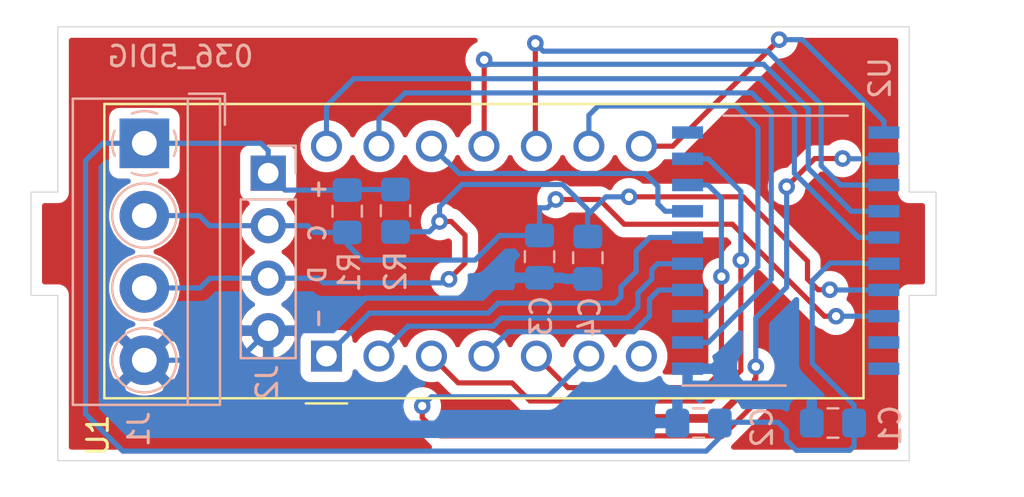
<source format=kicad_pcb>
(kicad_pcb (version 20171130) (host pcbnew 5.1.5+dfsg1-2build2)

  (general
    (thickness 1.6)
    (drawings 14)
    (tracks 235)
    (zones 0)
    (modules 10)
    (nets 22)
  )

  (page A4)
  (layers
    (0 F.Cu signal)
    (31 B.Cu signal)
    (32 B.Adhes user)
    (33 F.Adhes user)
    (34 B.Paste user)
    (35 F.Paste user)
    (36 B.SilkS user)
    (37 F.SilkS user)
    (38 B.Mask user)
    (39 F.Mask user)
    (40 Dwgs.User user)
    (41 Cmts.User user)
    (42 Eco1.User user)
    (43 Eco2.User user)
    (44 Edge.Cuts user)
    (45 Margin user)
    (46 B.CrtYd user)
    (47 F.CrtYd user)
    (48 B.Fab user)
    (49 F.Fab user)
  )

  (setup
    (last_trace_width 0.25)
    (trace_clearance 0.2)
    (zone_clearance 0.508)
    (zone_45_only no)
    (trace_min 0.2)
    (via_size 0.8)
    (via_drill 0.4)
    (via_min_size 0.4)
    (via_min_drill 0.3)
    (uvia_size 0.3)
    (uvia_drill 0.1)
    (uvias_allowed no)
    (uvia_min_size 0.2)
    (uvia_min_drill 0.1)
    (edge_width 0.05)
    (segment_width 0.2)
    (pcb_text_width 0.3)
    (pcb_text_size 1.5 1.5)
    (mod_edge_width 0.12)
    (mod_text_size 1 1)
    (mod_text_width 0.15)
    (pad_size 1.524 1.524)
    (pad_drill 0.762)
    (pad_to_mask_clearance 0.051)
    (solder_mask_min_width 0.25)
    (aux_axis_origin 0 0)
    (visible_elements FFFFFF7F)
    (pcbplotparams
      (layerselection 0x010f0_ffffffff)
      (usegerberextensions false)
      (usegerberattributes false)
      (usegerberadvancedattributes false)
      (creategerberjobfile false)
      (excludeedgelayer true)
      (linewidth 0.100000)
      (plotframeref false)
      (viasonmask false)
      (mode 1)
      (useauxorigin false)
      (hpglpennumber 1)
      (hpglpenspeed 20)
      (hpglpendiameter 15.000000)
      (psnegative false)
      (psa4output false)
      (plotreference true)
      (plotvalue true)
      (plotinvisibletext false)
      (padsonsilk false)
      (subtractmaskfromsilk false)
      (outputformat 1)
      (mirror false)
      (drillshape 0)
      (scaleselection 1)
      (outputdirectory "gerber/single/"))
  )

  (net 0 "")
  (net 1 "Net-(U1-Pad12)")
  (net 2 "Net-(U1-Pad11)")
  (net 3 "Net-(U1-Pad10)")
  (net 4 "Net-(U1-Pad9)")
  (net 5 "Net-(U1-Pad8)")
  (net 6 "Net-(U1-Pad7)")
  (net 7 "Net-(U1-Pad6)")
  (net 8 "Net-(U1-Pad5)")
  (net 9 "Net-(U1-Pad4)")
  (net 10 "Net-(U1-Pad3)")
  (net 11 "Net-(U1-Pad2)")
  (net 12 "Net-(U1-Pad1)")
  (net 13 "Net-(U2-Pad10)")
  (net 14 "Net-(U2-Pad20)")
  (net 15 "Net-(U2-Pad19)")
  (net 16 "Net-(C1-Pad2)")
  (net 17 "Net-(C1-Pad1)")
  (net 18 "Net-(C3-Pad1)")
  (net 19 "Net-(C4-Pad1)")
  (net 20 "Net-(U1-Pad14)")
  (net 21 "Net-(U1-Pad13)")

  (net_class Default "This is the default net class."
    (clearance 0.2)
    (trace_width 0.25)
    (via_dia 0.8)
    (via_drill 0.4)
    (uvia_dia 0.3)
    (uvia_drill 0.1)
    (add_net "Net-(C1-Pad1)")
    (add_net "Net-(C1-Pad2)")
    (add_net "Net-(C3-Pad1)")
    (add_net "Net-(C4-Pad1)")
    (add_net "Net-(U1-Pad1)")
    (add_net "Net-(U1-Pad10)")
    (add_net "Net-(U1-Pad11)")
    (add_net "Net-(U1-Pad12)")
    (add_net "Net-(U1-Pad13)")
    (add_net "Net-(U1-Pad14)")
    (add_net "Net-(U1-Pad2)")
    (add_net "Net-(U1-Pad3)")
    (add_net "Net-(U1-Pad4)")
    (add_net "Net-(U1-Pad5)")
    (add_net "Net-(U1-Pad6)")
    (add_net "Net-(U1-Pad7)")
    (add_net "Net-(U1-Pad8)")
    (add_net "Net-(U1-Pad9)")
    (add_net "Net-(U2-Pad10)")
    (add_net "Net-(U2-Pad19)")
    (add_net "Net-(U2-Pad20)")
  )

  (module JINGMEI:JM-S03651BH (layer F.Cu) (tedit 618F00FD) (tstamp 618F1DF9)
    (at 114.3 115.9383 90)
    (descr "5 digit 7 segment red LED, http://led-china.com/uploadfiles/products/specs/JM-S03651BH-002.pdf")
    (tags "5 digit 7 segment red LED")
    (path /6192D4B7)
    (fp_text reference U1 (at -3.8354 -11.0617 90) (layer F.SilkS)
      (effects (font (size 1 1) (thickness 0.15)))
    )
    (fp_text value JM-S03651BH (at 3.5 32.92 90) (layer F.Fab)
      (effects (font (size 1 1) (thickness 0.15)))
    )
    (fp_text user %R (at 8.128 6.604 90) (layer F.Fab)
      (effects (font (size 1 1) (thickness 0.15)))
    )
    (fp_line (start -1.92 1) (end -1.92 25.87) (layer F.Fab) (width 0.1))
    (fp_line (start -1.92 25.87) (end 12.08 25.87) (layer F.Fab) (width 0.1))
    (fp_line (start 12.08 -10.63) (end 12.08 25.87) (layer F.Fab) (width 0.1))
    (fp_line (start -1.92 -10.63) (end 12.08 -10.63) (layer F.Fab) (width 0.1))
    (fp_line (start -2.29 -1) (end -2.29 1) (layer F.SilkS) (width 0.12))
    (fp_line (start -2.17 26.12) (end -2.17 -10.88) (layer F.CrtYd) (width 0.05))
    (fp_line (start 12.33 26.12) (end -2.17 26.12) (layer F.CrtYd) (width 0.05))
    (fp_line (start 12.33 -10.88) (end 12.33 26.12) (layer F.CrtYd) (width 0.05))
    (fp_line (start -2.17 -10.88) (end 12.33 -10.88) (layer F.CrtYd) (width 0.05))
    (fp_line (start -1.92 -1) (end -1.92 -10.63) (layer F.Fab) (width 0.1))
    (fp_line (start -0.92 0) (end -1.92 -1) (layer F.Fab) (width 0.1))
    (fp_line (start -1.92 1) (end -0.92 0) (layer F.Fab) (width 0.1))
    (fp_line (start 12.2 25.99) (end 12.2 -10.75) (layer F.SilkS) (width 0.12))
    (fp_line (start -2.04 25.99) (end 12.2 25.99) (layer F.SilkS) (width 0.12))
    (fp_line (start -2.04 -10.75) (end -2.04 25.99) (layer F.SilkS) (width 0.12))
    (fp_line (start -2.04 -10.75) (end 12.2 -10.75) (layer F.SilkS) (width 0.12))
    (pad 14 thru_hole circle (at 10.16 0 90) (size 1.5 1.5) (drill 1) (layers *.Cu *.Mask)
      (net 20 "Net-(U1-Pad14)"))
    (pad 13 thru_hole circle (at 10.16 2.54 90) (size 1.5 1.5) (drill 1) (layers *.Cu *.Mask)
      (net 21 "Net-(U1-Pad13)"))
    (pad 12 thru_hole circle (at 10.16 5.08 90) (size 1.5 1.5) (drill 1) (layers *.Cu *.Mask)
      (net 1 "Net-(U1-Pad12)"))
    (pad 11 thru_hole circle (at 10.16 7.62 90) (size 1.5 1.5) (drill 1) (layers *.Cu *.Mask)
      (net 2 "Net-(U1-Pad11)"))
    (pad 10 thru_hole circle (at 10.16 10.16 90) (size 1.5 1.5) (drill 1) (layers *.Cu *.Mask)
      (net 3 "Net-(U1-Pad10)"))
    (pad 9 thru_hole circle (at 10.16 12.7 90) (size 1.5 1.5) (drill 1) (layers *.Cu *.Mask)
      (net 4 "Net-(U1-Pad9)"))
    (pad 8 thru_hole circle (at 10.16 15.24 90) (size 1.5 1.5) (drill 1) (layers *.Cu *.Mask)
      (net 5 "Net-(U1-Pad8)"))
    (pad 7 thru_hole circle (at 0 15.24 90) (size 1.5 1.5) (drill 1) (layers *.Cu *.Mask)
      (net 6 "Net-(U1-Pad7)"))
    (pad 6 thru_hole circle (at 0 12.7 90) (size 1.5 1.5) (drill 1) (layers *.Cu *.Mask)
      (net 7 "Net-(U1-Pad6)"))
    (pad 5 thru_hole circle (at 0 10.16 90) (size 1.5 1.5) (drill 1) (layers *.Cu *.Mask)
      (net 8 "Net-(U1-Pad5)"))
    (pad 4 thru_hole circle (at 0 7.62 90) (size 1.5 1.5) (drill 1) (layers *.Cu *.Mask)
      (net 9 "Net-(U1-Pad4)"))
    (pad 3 thru_hole circle (at 0 5.08 90) (size 1.5 1.5) (drill 1) (layers *.Cu *.Mask)
      (net 10 "Net-(U1-Pad3)"))
    (pad 2 thru_hole circle (at 0 2.54 90) (size 1.5 1.5) (drill 1) (layers *.Cu *.Mask)
      (net 11 "Net-(U1-Pad2)"))
    (pad 1 thru_hole rect (at 0 0 90) (size 1.5 1.5) (drill 1) (layers *.Cu *.Mask)
      (net 12 "Net-(U1-Pad1)"))
    (model ${KISYS3DMOD}/Display_7Segment.3dshapes/JM-S03651BH.wrl
      (at (xyz 0 0 0))
      (scale (xyz 1 1 1))
      (rotate (xyz 0 0 0))
    )
  )

  (module Connector_PinHeader_2.54mm:PinHeader_1x04_P2.54mm_Vertical (layer B.Cu) (tedit 59FED5CC) (tstamp 618EB5D8)
    (at 111.4806 107.0864 180)
    (descr "Through hole straight pin header, 1x04, 2.54mm pitch, single row")
    (tags "Through hole pin header THT 1x04 2.54mm single row")
    (path /619257D5)
    (fp_text reference J2 (at 0.0508 -10.1219 270) (layer B.SilkS)
      (effects (font (size 1 1) (thickness 0.15)) (justify mirror))
    )
    (fp_text value Conn_01x04_Male (at 0 -9.95) (layer B.Fab)
      (effects (font (size 1 1) (thickness 0.15)) (justify mirror))
    )
    (fp_text user %R (at 0 -3.81 270) (layer B.Fab)
      (effects (font (size 1 1) (thickness 0.15)) (justify mirror))
    )
    (fp_line (start 1.8 1.8) (end -1.8 1.8) (layer B.CrtYd) (width 0.05))
    (fp_line (start 1.8 -9.4) (end 1.8 1.8) (layer B.CrtYd) (width 0.05))
    (fp_line (start -1.8 -9.4) (end 1.8 -9.4) (layer B.CrtYd) (width 0.05))
    (fp_line (start -1.8 1.8) (end -1.8 -9.4) (layer B.CrtYd) (width 0.05))
    (fp_line (start -1.33 1.33) (end 0 1.33) (layer B.SilkS) (width 0.12))
    (fp_line (start -1.33 0) (end -1.33 1.33) (layer B.SilkS) (width 0.12))
    (fp_line (start -1.33 -1.27) (end 1.33 -1.27) (layer B.SilkS) (width 0.12))
    (fp_line (start 1.33 -1.27) (end 1.33 -8.95) (layer B.SilkS) (width 0.12))
    (fp_line (start -1.33 -1.27) (end -1.33 -8.95) (layer B.SilkS) (width 0.12))
    (fp_line (start -1.33 -8.95) (end 1.33 -8.95) (layer B.SilkS) (width 0.12))
    (fp_line (start -1.27 0.635) (end -0.635 1.27) (layer B.Fab) (width 0.1))
    (fp_line (start -1.27 -8.89) (end -1.27 0.635) (layer B.Fab) (width 0.1))
    (fp_line (start 1.27 -8.89) (end -1.27 -8.89) (layer B.Fab) (width 0.1))
    (fp_line (start 1.27 1.27) (end 1.27 -8.89) (layer B.Fab) (width 0.1))
    (fp_line (start -0.635 1.27) (end 1.27 1.27) (layer B.Fab) (width 0.1))
    (pad 4 thru_hole oval (at 0 -7.62 180) (size 1.7 1.7) (drill 1) (layers *.Cu *.Mask)
      (net 16 "Net-(C1-Pad2)"))
    (pad 3 thru_hole oval (at 0 -5.08 180) (size 1.7 1.7) (drill 1) (layers *.Cu *.Mask)
      (net 19 "Net-(C4-Pad1)"))
    (pad 2 thru_hole oval (at 0 -2.54 180) (size 1.7 1.7) (drill 1) (layers *.Cu *.Mask)
      (net 18 "Net-(C3-Pad1)"))
    (pad 1 thru_hole rect (at 0 0 180) (size 1.7 1.7) (drill 1) (layers *.Cu *.Mask)
      (net 17 "Net-(C1-Pad1)"))
    (model ${KISYS3DMOD}/Connector_PinHeader_2.54mm.3dshapes/PinHeader_1x04_P2.54mm_Vertical.wrl
      (at (xyz 0 0 0))
      (scale (xyz 1 1 1))
      (rotate (xyz 0 0 0))
    )
  )

  (module Resistor_SMD:R_0805_2012Metric_Pad1.15x1.40mm_HandSolder (layer B.Cu) (tedit 5B36C52B) (tstamp 618E9595)
    (at 117.6401 108.9025 270)
    (descr "Resistor SMD 0805 (2012 Metric), square (rectangular) end terminal, IPC_7351 nominal with elongated pad for handsoldering. (Body size source: https://docs.google.com/spreadsheets/d/1BsfQQcO9C6DZCsRaXUlFlo91Tg2WpOkGARC1WS5S8t0/edit?usp=sharing), generated with kicad-footprint-generator")
    (tags "resistor handsolder")
    (path /618FC30B)
    (attr smd)
    (fp_text reference R2 (at 2.9337 0 90) (layer B.SilkS)
      (effects (font (size 1 1) (thickness 0.15)) (justify mirror))
    )
    (fp_text value 10k (at 0 -1.65 90) (layer B.Fab)
      (effects (font (size 1 1) (thickness 0.15)) (justify mirror))
    )
    (fp_text user %R (at 0 0 90) (layer B.Fab)
      (effects (font (size 0.5 0.5) (thickness 0.08)) (justify mirror))
    )
    (fp_line (start 1.85 -0.95) (end -1.85 -0.95) (layer B.CrtYd) (width 0.05))
    (fp_line (start 1.85 0.95) (end 1.85 -0.95) (layer B.CrtYd) (width 0.05))
    (fp_line (start -1.85 0.95) (end 1.85 0.95) (layer B.CrtYd) (width 0.05))
    (fp_line (start -1.85 -0.95) (end -1.85 0.95) (layer B.CrtYd) (width 0.05))
    (fp_line (start -0.261252 -0.71) (end 0.261252 -0.71) (layer B.SilkS) (width 0.12))
    (fp_line (start -0.261252 0.71) (end 0.261252 0.71) (layer B.SilkS) (width 0.12))
    (fp_line (start 1 -0.6) (end -1 -0.6) (layer B.Fab) (width 0.1))
    (fp_line (start 1 0.6) (end 1 -0.6) (layer B.Fab) (width 0.1))
    (fp_line (start -1 0.6) (end 1 0.6) (layer B.Fab) (width 0.1))
    (fp_line (start -1 -0.6) (end -1 0.6) (layer B.Fab) (width 0.1))
    (pad 2 smd roundrect (at 1.025 0 270) (size 1.15 1.4) (layers B.Cu B.Paste B.Mask) (roundrect_rratio 0.217391)
      (net 19 "Net-(C4-Pad1)"))
    (pad 1 smd roundrect (at -1.025 0 270) (size 1.15 1.4) (layers B.Cu B.Paste B.Mask) (roundrect_rratio 0.217391)
      (net 17 "Net-(C1-Pad1)"))
    (model ${KISYS3DMOD}/Resistor_SMD.3dshapes/R_0805_2012Metric.wrl
      (at (xyz 0 0 0))
      (scale (xyz 1 1 1))
      (rotate (xyz 0 0 0))
    )
  )

  (module Resistor_SMD:R_0805_2012Metric_Pad1.15x1.40mm_HandSolder (layer B.Cu) (tedit 5B36C52B) (tstamp 618E9584)
    (at 115.3033 108.9279 270)
    (descr "Resistor SMD 0805 (2012 Metric), square (rectangular) end terminal, IPC_7351 nominal with elongated pad for handsoldering. (Body size source: https://docs.google.com/spreadsheets/d/1BsfQQcO9C6DZCsRaXUlFlo91Tg2WpOkGARC1WS5S8t0/edit?usp=sharing), generated with kicad-footprint-generator")
    (tags "resistor handsolder")
    (path /618FD638)
    (attr smd)
    (fp_text reference R1 (at 2.9464 -0.1016 90) (layer B.SilkS)
      (effects (font (size 1 1) (thickness 0.15)) (justify mirror))
    )
    (fp_text value 10k (at 0 -1.65 90) (layer B.Fab)
      (effects (font (size 1 1) (thickness 0.15)) (justify mirror))
    )
    (fp_text user %R (at 0 0 90) (layer B.Fab)
      (effects (font (size 0.5 0.5) (thickness 0.08)) (justify mirror))
    )
    (fp_line (start 1.85 -0.95) (end -1.85 -0.95) (layer B.CrtYd) (width 0.05))
    (fp_line (start 1.85 0.95) (end 1.85 -0.95) (layer B.CrtYd) (width 0.05))
    (fp_line (start -1.85 0.95) (end 1.85 0.95) (layer B.CrtYd) (width 0.05))
    (fp_line (start -1.85 -0.95) (end -1.85 0.95) (layer B.CrtYd) (width 0.05))
    (fp_line (start -0.261252 -0.71) (end 0.261252 -0.71) (layer B.SilkS) (width 0.12))
    (fp_line (start -0.261252 0.71) (end 0.261252 0.71) (layer B.SilkS) (width 0.12))
    (fp_line (start 1 -0.6) (end -1 -0.6) (layer B.Fab) (width 0.1))
    (fp_line (start 1 0.6) (end 1 -0.6) (layer B.Fab) (width 0.1))
    (fp_line (start -1 0.6) (end 1 0.6) (layer B.Fab) (width 0.1))
    (fp_line (start -1 -0.6) (end -1 0.6) (layer B.Fab) (width 0.1))
    (pad 2 smd roundrect (at 1.025 0 270) (size 1.15 1.4) (layers B.Cu B.Paste B.Mask) (roundrect_rratio 0.217391)
      (net 18 "Net-(C3-Pad1)"))
    (pad 1 smd roundrect (at -1.025 0 270) (size 1.15 1.4) (layers B.Cu B.Paste B.Mask) (roundrect_rratio 0.217391)
      (net 17 "Net-(C1-Pad1)"))
    (model ${KISYS3DMOD}/Resistor_SMD.3dshapes/R_0805_2012Metric.wrl
      (at (xyz 0 0 0))
      (scale (xyz 1 1 1))
      (rotate (xyz 0 0 0))
    )
  )

  (module Capacitor_SMD:C_0805_2012Metric_Pad1.15x1.40mm_HandSolder (layer B.Cu) (tedit 5B36C52B) (tstamp 618E94C9)
    (at 126.9492 111.1758 270)
    (descr "Capacitor SMD 0805 (2012 Metric), square (rectangular) end terminal, IPC_7351 nominal with elongated pad for handsoldering. (Body size source: https://docs.google.com/spreadsheets/d/1BsfQQcO9C6DZCsRaXUlFlo91Tg2WpOkGARC1WS5S8t0/edit?usp=sharing), generated with kicad-footprint-generator")
    (tags "capacitor handsolder")
    (path /618F3C54)
    (attr smd)
    (fp_text reference C4 (at 2.8702 -0.1016 90) (layer B.SilkS)
      (effects (font (size 1 1) (thickness 0.15)) (justify mirror))
    )
    (fp_text value 100pF (at 0 -1.65 90) (layer B.Fab)
      (effects (font (size 1 1) (thickness 0.15)) (justify mirror))
    )
    (fp_text user %R (at 0 0 90) (layer B.Fab)
      (effects (font (size 0.5 0.5) (thickness 0.08)) (justify mirror))
    )
    (fp_line (start 1.85 -0.95) (end -1.85 -0.95) (layer B.CrtYd) (width 0.05))
    (fp_line (start 1.85 0.95) (end 1.85 -0.95) (layer B.CrtYd) (width 0.05))
    (fp_line (start -1.85 0.95) (end 1.85 0.95) (layer B.CrtYd) (width 0.05))
    (fp_line (start -1.85 -0.95) (end -1.85 0.95) (layer B.CrtYd) (width 0.05))
    (fp_line (start -0.261252 -0.71) (end 0.261252 -0.71) (layer B.SilkS) (width 0.12))
    (fp_line (start -0.261252 0.71) (end 0.261252 0.71) (layer B.SilkS) (width 0.12))
    (fp_line (start 1 -0.6) (end -1 -0.6) (layer B.Fab) (width 0.1))
    (fp_line (start 1 0.6) (end 1 -0.6) (layer B.Fab) (width 0.1))
    (fp_line (start -1 0.6) (end 1 0.6) (layer B.Fab) (width 0.1))
    (fp_line (start -1 -0.6) (end -1 0.6) (layer B.Fab) (width 0.1))
    (pad 2 smd roundrect (at 1.025 0 270) (size 1.15 1.4) (layers B.Cu B.Paste B.Mask) (roundrect_rratio 0.217391)
      (net 16 "Net-(C1-Pad2)"))
    (pad 1 smd roundrect (at -1.025 0 270) (size 1.15 1.4) (layers B.Cu B.Paste B.Mask) (roundrect_rratio 0.217391)
      (net 19 "Net-(C4-Pad1)"))
    (model ${KISYS3DMOD}/Capacitor_SMD.3dshapes/C_0805_2012Metric.wrl
      (at (xyz 0 0 0))
      (scale (xyz 1 1 1))
      (rotate (xyz 0 0 0))
    )
  )

  (module Capacitor_SMD:C_0805_2012Metric_Pad1.15x1.40mm_HandSolder (layer B.Cu) (tedit 5B36C52B) (tstamp 618E94B8)
    (at 124.6124 111.125 270)
    (descr "Capacitor SMD 0805 (2012 Metric), square (rectangular) end terminal, IPC_7351 nominal with elongated pad for handsoldering. (Body size source: https://docs.google.com/spreadsheets/d/1BsfQQcO9C6DZCsRaXUlFlo91Tg2WpOkGARC1WS5S8t0/edit?usp=sharing), generated with kicad-footprint-generator")
    (tags "capacitor handsolder")
    (path /618F4017)
    (attr smd)
    (fp_text reference C3 (at 2.8702 -0.0762 90) (layer B.SilkS)
      (effects (font (size 1 1) (thickness 0.15)) (justify mirror))
    )
    (fp_text value 100pF (at 0 -1.65 90) (layer B.Fab)
      (effects (font (size 1 1) (thickness 0.15)) (justify mirror))
    )
    (fp_text user %R (at 0 0 90) (layer B.Fab)
      (effects (font (size 0.5 0.5) (thickness 0.08)) (justify mirror))
    )
    (fp_line (start 1.85 -0.95) (end -1.85 -0.95) (layer B.CrtYd) (width 0.05))
    (fp_line (start 1.85 0.95) (end 1.85 -0.95) (layer B.CrtYd) (width 0.05))
    (fp_line (start -1.85 0.95) (end 1.85 0.95) (layer B.CrtYd) (width 0.05))
    (fp_line (start -1.85 -0.95) (end -1.85 0.95) (layer B.CrtYd) (width 0.05))
    (fp_line (start -0.261252 -0.71) (end 0.261252 -0.71) (layer B.SilkS) (width 0.12))
    (fp_line (start -0.261252 0.71) (end 0.261252 0.71) (layer B.SilkS) (width 0.12))
    (fp_line (start 1 -0.6) (end -1 -0.6) (layer B.Fab) (width 0.1))
    (fp_line (start 1 0.6) (end 1 -0.6) (layer B.Fab) (width 0.1))
    (fp_line (start -1 0.6) (end 1 0.6) (layer B.Fab) (width 0.1))
    (fp_line (start -1 -0.6) (end -1 0.6) (layer B.Fab) (width 0.1))
    (pad 2 smd roundrect (at 1.025 0 270) (size 1.15 1.4) (layers B.Cu B.Paste B.Mask) (roundrect_rratio 0.217391)
      (net 16 "Net-(C1-Pad2)"))
    (pad 1 smd roundrect (at -1.025 0 270) (size 1.15 1.4) (layers B.Cu B.Paste B.Mask) (roundrect_rratio 0.217391)
      (net 18 "Net-(C3-Pad1)"))
    (model ${KISYS3DMOD}/Capacitor_SMD.3dshapes/C_0805_2012Metric.wrl
      (at (xyz 0 0 0))
      (scale (xyz 1 1 1))
      (rotate (xyz 0 0 0))
    )
  )

  (module Capacitor_SMD:C_0805_2012Metric_Pad1.15x1.40mm_HandSolder (layer B.Cu) (tedit 5B36C52B) (tstamp 618EA1B2)
    (at 132.3086 119.1768 180)
    (descr "Capacitor SMD 0805 (2012 Metric), square (rectangular) end terminal, IPC_7351 nominal with elongated pad for handsoldering. (Body size source: https://docs.google.com/spreadsheets/d/1BsfQQcO9C6DZCsRaXUlFlo91Tg2WpOkGARC1WS5S8t0/edit?usp=sharing), generated with kicad-footprint-generator")
    (tags "capacitor handsolder")
    (path /618F43A8)
    (attr smd)
    (fp_text reference C2 (at -3.0734 -0.2032 90) (layer B.SilkS)
      (effects (font (size 1 1) (thickness 0.15)) (justify mirror))
    )
    (fp_text value 100nF (at 0 -1.65) (layer B.Fab)
      (effects (font (size 1 1) (thickness 0.15)) (justify mirror))
    )
    (fp_text user %R (at 0 0) (layer B.Fab)
      (effects (font (size 0.5 0.5) (thickness 0.08)) (justify mirror))
    )
    (fp_line (start 1.85 -0.95) (end -1.85 -0.95) (layer B.CrtYd) (width 0.05))
    (fp_line (start 1.85 0.95) (end 1.85 -0.95) (layer B.CrtYd) (width 0.05))
    (fp_line (start -1.85 0.95) (end 1.85 0.95) (layer B.CrtYd) (width 0.05))
    (fp_line (start -1.85 -0.95) (end -1.85 0.95) (layer B.CrtYd) (width 0.05))
    (fp_line (start -0.261252 -0.71) (end 0.261252 -0.71) (layer B.SilkS) (width 0.12))
    (fp_line (start -0.261252 0.71) (end 0.261252 0.71) (layer B.SilkS) (width 0.12))
    (fp_line (start 1 -0.6) (end -1 -0.6) (layer B.Fab) (width 0.1))
    (fp_line (start 1 0.6) (end 1 -0.6) (layer B.Fab) (width 0.1))
    (fp_line (start -1 0.6) (end 1 0.6) (layer B.Fab) (width 0.1))
    (fp_line (start -1 -0.6) (end -1 0.6) (layer B.Fab) (width 0.1))
    (pad 2 smd roundrect (at 1.025 0 180) (size 1.15 1.4) (layers B.Cu B.Paste B.Mask) (roundrect_rratio 0.217391)
      (net 16 "Net-(C1-Pad2)"))
    (pad 1 smd roundrect (at -1.025 0 180) (size 1.15 1.4) (layers B.Cu B.Paste B.Mask) (roundrect_rratio 0.217391)
      (net 17 "Net-(C1-Pad1)"))
    (model ${KISYS3DMOD}/Capacitor_SMD.3dshapes/C_0805_2012Metric.wrl
      (at (xyz 0 0 0))
      (scale (xyz 1 1 1))
      (rotate (xyz 0 0 0))
    )
  )

  (module Capacitor_SMD:C_0805_2012Metric_Pad1.15x1.40mm_HandSolder (layer B.Cu) (tedit 5B36C52B) (tstamp 618E9496)
    (at 138.811 119.1768 180)
    (descr "Capacitor SMD 0805 (2012 Metric), square (rectangular) end terminal, IPC_7351 nominal with elongated pad for handsoldering. (Body size source: https://docs.google.com/spreadsheets/d/1BsfQQcO9C6DZCsRaXUlFlo91Tg2WpOkGARC1WS5S8t0/edit?usp=sharing), generated with kicad-footprint-generator")
    (tags "capacitor handsolder")
    (path /618F4787)
    (attr smd)
    (fp_text reference C1 (at -2.7813 -0.1143 90) (layer B.SilkS)
      (effects (font (size 1 1) (thickness 0.15)) (justify mirror))
    )
    (fp_text value 10uF (at 0 -1.65) (layer B.Fab)
      (effects (font (size 1 1) (thickness 0.15)) (justify mirror))
    )
    (fp_text user %R (at 0 0) (layer B.Fab)
      (effects (font (size 0.5 0.5) (thickness 0.08)) (justify mirror))
    )
    (fp_line (start 1.85 -0.95) (end -1.85 -0.95) (layer B.CrtYd) (width 0.05))
    (fp_line (start 1.85 0.95) (end 1.85 -0.95) (layer B.CrtYd) (width 0.05))
    (fp_line (start -1.85 0.95) (end 1.85 0.95) (layer B.CrtYd) (width 0.05))
    (fp_line (start -1.85 -0.95) (end -1.85 0.95) (layer B.CrtYd) (width 0.05))
    (fp_line (start -0.261252 -0.71) (end 0.261252 -0.71) (layer B.SilkS) (width 0.12))
    (fp_line (start -0.261252 0.71) (end 0.261252 0.71) (layer B.SilkS) (width 0.12))
    (fp_line (start 1 -0.6) (end -1 -0.6) (layer B.Fab) (width 0.1))
    (fp_line (start 1 0.6) (end 1 -0.6) (layer B.Fab) (width 0.1))
    (fp_line (start -1 0.6) (end 1 0.6) (layer B.Fab) (width 0.1))
    (fp_line (start -1 -0.6) (end -1 0.6) (layer B.Fab) (width 0.1))
    (pad 2 smd roundrect (at 1.025 0 180) (size 1.15 1.4) (layers B.Cu B.Paste B.Mask) (roundrect_rratio 0.217391)
      (net 16 "Net-(C1-Pad2)"))
    (pad 1 smd roundrect (at -1.025 0 180) (size 1.15 1.4) (layers B.Cu B.Paste B.Mask) (roundrect_rratio 0.217391)
      (net 17 "Net-(C1-Pad1)"))
    (model ${KISYS3DMOD}/Capacitor_SMD.3dshapes/C_0805_2012Metric.wrl
      (at (xyz 0 0 0))
      (scale (xyz 1 1 1))
      (rotate (xyz 0 0 0))
    )
  )

  (module TerminalBlock_4Ucon:TerminalBlock_4Ucon_1x04_P3.50mm_Horizontal (layer B.Cu) (tedit 5B294E91) (tstamp 618E902F)
    (at 105.4862 105.6386 270)
    (descr "Terminal Block 4Ucon ItemNo. 20001, 4 pins, pitch 3.5mm, size 14.7x7mm^2, drill diamater 1.2mm, pad diameter 2.4mm, see http://www.4uconnector.com/online/object/4udrawing/20001.pdf, script-generated using https://github.com/pointhi/kicad-footprint-generator/scripts/TerminalBlock_4Ucon")
    (tags "THT Terminal Block 4Ucon ItemNo. 20001 pitch 3.5mm size 14.7x7mm^2 drill 1.2mm pad 2.4mm")
    (path /618E9513)
    (fp_text reference J1 (at 13.8303 0.2667 270) (layer B.SilkS)
      (effects (font (size 1 1) (thickness 0.15)) (justify mirror))
    )
    (fp_text value Conn_01x04_Female (at 5.25 -4.66 90) (layer B.Fab)
      (effects (font (size 1 1) (thickness 0.15)) (justify mirror))
    )
    (fp_text user %R (at 5.25 -2.9 90) (layer B.Fab)
      (effects (font (size 1 1) (thickness 0.15)) (justify mirror))
    )
    (fp_line (start 13.1 3.9) (end -2.6 3.9) (layer B.CrtYd) (width 0.05))
    (fp_line (start 13.1 -4.1) (end 13.1 3.9) (layer B.CrtYd) (width 0.05))
    (fp_line (start -2.6 -4.1) (end 13.1 -4.1) (layer B.CrtYd) (width 0.05))
    (fp_line (start -2.6 3.9) (end -2.6 -4.1) (layer B.CrtYd) (width 0.05))
    (fp_line (start -2.4 -3.9) (end -0.9 -3.9) (layer B.SilkS) (width 0.12))
    (fp_line (start -2.4 -2.16) (end -2.4 -3.9) (layer B.SilkS) (width 0.12))
    (fp_line (start 9.4 -0.069) (end 9.4 0.069) (layer B.Fab) (width 0.1))
    (fp_line (start 10.431 -0.069) (end 9.4 -0.069) (layer B.Fab) (width 0.1))
    (fp_line (start 10.431 -1.1) (end 10.431 -0.069) (layer B.Fab) (width 0.1))
    (fp_line (start 10.569 -1.1) (end 10.431 -1.1) (layer B.Fab) (width 0.1))
    (fp_line (start 10.569 -0.069) (end 10.569 -1.1) (layer B.Fab) (width 0.1))
    (fp_line (start 11.6 -0.069) (end 10.569 -0.069) (layer B.Fab) (width 0.1))
    (fp_line (start 11.6 0.069) (end 11.6 -0.069) (layer B.Fab) (width 0.1))
    (fp_line (start 10.569 0.069) (end 11.6 0.069) (layer B.Fab) (width 0.1))
    (fp_line (start 10.569 1.1) (end 10.569 0.069) (layer B.Fab) (width 0.1))
    (fp_line (start 10.431 1.1) (end 10.569 1.1) (layer B.Fab) (width 0.1))
    (fp_line (start 10.431 0.069) (end 10.431 1.1) (layer B.Fab) (width 0.1))
    (fp_line (start 9.4 0.069) (end 10.431 0.069) (layer B.Fab) (width 0.1))
    (fp_line (start 5.9 -0.069) (end 5.9 0.069) (layer B.Fab) (width 0.1))
    (fp_line (start 6.931 -0.069) (end 5.9 -0.069) (layer B.Fab) (width 0.1))
    (fp_line (start 6.931 -1.1) (end 6.931 -0.069) (layer B.Fab) (width 0.1))
    (fp_line (start 7.069 -1.1) (end 6.931 -1.1) (layer B.Fab) (width 0.1))
    (fp_line (start 7.069 -0.069) (end 7.069 -1.1) (layer B.Fab) (width 0.1))
    (fp_line (start 8.1 -0.069) (end 7.069 -0.069) (layer B.Fab) (width 0.1))
    (fp_line (start 8.1 0.069) (end 8.1 -0.069) (layer B.Fab) (width 0.1))
    (fp_line (start 7.069 0.069) (end 8.1 0.069) (layer B.Fab) (width 0.1))
    (fp_line (start 7.069 1.1) (end 7.069 0.069) (layer B.Fab) (width 0.1))
    (fp_line (start 6.931 1.1) (end 7.069 1.1) (layer B.Fab) (width 0.1))
    (fp_line (start 6.931 0.069) (end 6.931 1.1) (layer B.Fab) (width 0.1))
    (fp_line (start 5.9 0.069) (end 6.931 0.069) (layer B.Fab) (width 0.1))
    (fp_line (start 2.4 -0.069) (end 2.4 0.069) (layer B.Fab) (width 0.1))
    (fp_line (start 3.431 -0.069) (end 2.4 -0.069) (layer B.Fab) (width 0.1))
    (fp_line (start 3.431 -1.1) (end 3.431 -0.069) (layer B.Fab) (width 0.1))
    (fp_line (start 3.569 -1.1) (end 3.431 -1.1) (layer B.Fab) (width 0.1))
    (fp_line (start 3.569 -0.069) (end 3.569 -1.1) (layer B.Fab) (width 0.1))
    (fp_line (start 4.6 -0.069) (end 3.569 -0.069) (layer B.Fab) (width 0.1))
    (fp_line (start 4.6 0.069) (end 4.6 -0.069) (layer B.Fab) (width 0.1))
    (fp_line (start 3.569 0.069) (end 4.6 0.069) (layer B.Fab) (width 0.1))
    (fp_line (start 3.569 1.1) (end 3.569 0.069) (layer B.Fab) (width 0.1))
    (fp_line (start 3.431 1.1) (end 3.569 1.1) (layer B.Fab) (width 0.1))
    (fp_line (start 3.431 0.069) (end 3.431 1.1) (layer B.Fab) (width 0.1))
    (fp_line (start 2.4 0.069) (end 3.431 0.069) (layer B.Fab) (width 0.1))
    (fp_line (start -1.1 -0.069) (end -1.1 0.069) (layer B.Fab) (width 0.1))
    (fp_line (start -0.069 -0.069) (end -1.1 -0.069) (layer B.Fab) (width 0.1))
    (fp_line (start -0.069 -1.1) (end -0.069 -0.069) (layer B.Fab) (width 0.1))
    (fp_line (start 0.069 -1.1) (end -0.069 -1.1) (layer B.Fab) (width 0.1))
    (fp_line (start 0.069 -0.069) (end 0.069 -1.1) (layer B.Fab) (width 0.1))
    (fp_line (start 1.1 -0.069) (end 0.069 -0.069) (layer B.Fab) (width 0.1))
    (fp_line (start 1.1 0.069) (end 1.1 -0.069) (layer B.Fab) (width 0.1))
    (fp_line (start 0.069 0.069) (end 1.1 0.069) (layer B.Fab) (width 0.1))
    (fp_line (start 0.069 1.1) (end 0.069 0.069) (layer B.Fab) (width 0.1))
    (fp_line (start -0.069 1.1) (end 0.069 1.1) (layer B.Fab) (width 0.1))
    (fp_line (start -0.069 0.069) (end -0.069 1.1) (layer B.Fab) (width 0.1))
    (fp_line (start -1.1 0.069) (end -0.069 0.069) (layer B.Fab) (width 0.1))
    (fp_line (start 12.66 3.46) (end 12.66 -3.66) (layer B.SilkS) (width 0.12))
    (fp_line (start -2.16 3.46) (end -2.16 -3.66) (layer B.SilkS) (width 0.12))
    (fp_line (start -2.16 -3.66) (end 12.66 -3.66) (layer B.SilkS) (width 0.12))
    (fp_line (start -2.16 3.46) (end 12.66 3.46) (layer B.SilkS) (width 0.12))
    (fp_line (start -2.16 -2.1) (end 12.66 -2.1) (layer B.SilkS) (width 0.12))
    (fp_line (start -2.1 -2.1) (end 12.6 -2.1) (layer B.Fab) (width 0.1))
    (fp_line (start -2.1 -2.1) (end -2.1 3.4) (layer B.Fab) (width 0.1))
    (fp_line (start -0.6 -3.6) (end -2.1 -2.1) (layer B.Fab) (width 0.1))
    (fp_line (start 12.6 -3.6) (end -0.6 -3.6) (layer B.Fab) (width 0.1))
    (fp_line (start 12.6 3.4) (end 12.6 -3.6) (layer B.Fab) (width 0.1))
    (fp_line (start -2.1 3.4) (end 12.6 3.4) (layer B.Fab) (width 0.1))
    (fp_circle (center 10.5 0) (end 12.055 0) (layer B.SilkS) (width 0.12))
    (fp_circle (center 10.5 0) (end 11.875 0) (layer B.Fab) (width 0.1))
    (fp_circle (center 7 0) (end 8.555 0) (layer B.SilkS) (width 0.12))
    (fp_circle (center 7 0) (end 8.375 0) (layer B.Fab) (width 0.1))
    (fp_circle (center 3.5 0) (end 5.055 0) (layer B.SilkS) (width 0.12))
    (fp_circle (center 3.5 0) (end 4.875 0) (layer B.Fab) (width 0.1))
    (fp_circle (center 0 0) (end 1.375 0) (layer B.Fab) (width 0.1))
    (fp_arc (start 0 0) (end -0.608 -1.432) (angle 24) (layer B.SilkS) (width 0.12))
    (fp_arc (start 0 0) (end -1.432 0.608) (angle 46) (layer B.SilkS) (width 0.12))
    (fp_arc (start 0 0) (end 0.608 1.432) (angle 46) (layer B.SilkS) (width 0.12))
    (fp_arc (start 0 0) (end 1.432 -0.608) (angle 46) (layer B.SilkS) (width 0.12))
    (fp_arc (start 0 0) (end 0 -1.555) (angle 23) (layer B.SilkS) (width 0.12))
    (pad 4 thru_hole circle (at 10.5 0 270) (size 2.4 2.4) (drill 1.2) (layers *.Cu *.Mask)
      (net 16 "Net-(C1-Pad2)"))
    (pad 3 thru_hole circle (at 7 0 270) (size 2.4 2.4) (drill 1.2) (layers *.Cu *.Mask)
      (net 19 "Net-(C4-Pad1)"))
    (pad 2 thru_hole circle (at 3.5 0 270) (size 2.4 2.4) (drill 1.2) (layers *.Cu *.Mask)
      (net 18 "Net-(C3-Pad1)"))
    (pad 1 thru_hole rect (at 0 0 270) (size 2.4 2.4) (drill 1.2) (layers *.Cu *.Mask)
      (net 17 "Net-(C1-Pad1)"))
    (model ${KISYS3DMOD}/TerminalBlock_4Ucon.3dshapes/TerminalBlock_4Ucon_1x04_P3.50mm_Horizontal.wrl
      (at (xyz 0 0 0))
      (scale (xyz 1 1 1))
      (rotate (xyz 0 0 0))
    )
  )

  (module Package_SO:SO-20_12.8x7.5mm_P1.27mm (layer B.Cu) (tedit 5A02F2D3) (tstamp 618DEBDD)
    (at 136.525 110.8329)
    (descr "SO-20, 12.8x7.5mm, https://www.nxp.com/docs/en/data-sheet/SA605.pdf")
    (tags "S0-20 ")
    (path /618E730A)
    (attr smd)
    (fp_text reference U2 (at 4.5593 -8.3566 90) (layer B.SilkS)
      (effects (font (size 1 1) (thickness 0.15)) (justify mirror))
    )
    (fp_text value TM1637 (at 0 -7.99) (layer B.Fab)
      (effects (font (size 1 1) (thickness 0.15)) (justify mirror))
    )
    (fp_text user %R (at 0 0) (layer B.Fab)
      (effects (font (size 1 1) (thickness 0.15)) (justify mirror))
    )
    (fp_line (start -5.7 -6.7) (end -5.7 6.7) (layer B.CrtYd) (width 0.05))
    (fp_line (start 5.7 -6.7) (end -5.7 -6.7) (layer B.CrtYd) (width 0.05))
    (fp_line (start 5.7 6.7) (end 5.7 -6.7) (layer B.CrtYd) (width 0.05))
    (fp_line (start -5.7 6.7) (end 5.7 6.7) (layer B.CrtYd) (width 0.05))
    (fp_line (start -5 6.53) (end 0 6.53) (layer B.SilkS) (width 0.12))
    (fp_line (start -3 -6.53) (end 3 -6.53) (layer B.SilkS) (width 0.12))
    (fp_line (start -2.2 5.4) (end -1.2 6.4) (layer B.Fab) (width 0.1))
    (fp_line (start -2.2 -6.4) (end -2.2 5.4) (layer B.Fab) (width 0.1))
    (fp_line (start 2.2 -6.4) (end -2.2 -6.4) (layer B.Fab) (width 0.1))
    (fp_line (start 2.2 6.4) (end 2.2 -6.4) (layer B.Fab) (width 0.1))
    (fp_line (start -1.2 6.4) (end 2.2 6.4) (layer B.Fab) (width 0.1))
    (pad 20 smd rect (at 4.75 5.715) (size 1.5 0.6) (layers B.Cu B.Paste B.Mask)
      (net 14 "Net-(U2-Pad20)"))
    (pad 19 smd rect (at 4.75 4.445) (size 1.5 0.6) (layers B.Cu B.Paste B.Mask)
      (net 15 "Net-(U2-Pad19)"))
    (pad 18 smd rect (at 4.75 3.175) (size 1.5 0.6) (layers B.Cu B.Paste B.Mask)
      (net 18 "Net-(C3-Pad1)"))
    (pad 17 smd rect (at 4.75 1.905) (size 1.5 0.6) (layers B.Cu B.Paste B.Mask)
      (net 19 "Net-(C4-Pad1)"))
    (pad 16 smd rect (at 4.75 0.635) (size 1.5 0.6) (layers B.Cu B.Paste B.Mask)
      (net 17 "Net-(C1-Pad1)"))
    (pad 15 smd rect (at 4.75 -0.635) (size 1.5 0.6) (layers B.Cu B.Paste B.Mask)
      (net 20 "Net-(U1-Pad14)"))
    (pad 14 smd rect (at 4.75 -1.905) (size 1.5 0.6) (layers B.Cu B.Paste B.Mask)
      (net 2 "Net-(U1-Pad11)"))
    (pad 13 smd rect (at 4.75 -3.175) (size 1.5 0.6) (layers B.Cu B.Paste B.Mask)
      (net 3 "Net-(U1-Pad10)"))
    (pad 12 smd rect (at 4.75 -4.445) (size 1.5 0.6) (layers B.Cu B.Paste B.Mask)
      (net 7 "Net-(U1-Pad6)"))
    (pad 11 smd rect (at 4.75 -5.715) (size 1.5 0.6) (layers B.Cu B.Paste B.Mask)
      (net 5 "Net-(U1-Pad8)"))
    (pad 10 smd rect (at -4.75 -5.715) (size 1.5 0.6) (layers B.Cu B.Paste B.Mask)
      (net 13 "Net-(U2-Pad10)"))
    (pad 9 smd rect (at -4.75 -4.445) (size 1.5 0.6) (layers B.Cu B.Paste B.Mask)
      (net 10 "Net-(U1-Pad3)"))
    (pad 8 smd rect (at -4.75 -3.175) (size 1.5 0.6) (layers B.Cu B.Paste B.Mask)
      (net 8 "Net-(U1-Pad5)"))
    (pad 7 smd rect (at -4.75 -1.905) (size 1.5 0.6) (layers B.Cu B.Paste B.Mask)
      (net 1 "Net-(U1-Pad12)"))
    (pad 1 smd rect (at -4.75 5.715) (size 1.5 0.6) (layers B.Cu B.Paste B.Mask)
      (net 16 "Net-(C1-Pad2)"))
    (pad 2 smd rect (at -4.75 4.445) (size 1.5 0.6) (layers B.Cu B.Paste B.Mask)
      (net 21 "Net-(U1-Pad13)"))
    (pad 3 smd rect (at -4.75 3.175) (size 1.5 0.6) (layers B.Cu B.Paste B.Mask)
      (net 4 "Net-(U1-Pad9)"))
    (pad 4 smd rect (at -4.75 1.905) (size 1.5 0.6) (layers B.Cu B.Paste B.Mask)
      (net 9 "Net-(U1-Pad4)"))
    (pad 5 smd rect (at -4.75 0.635) (size 1.5 0.6) (layers B.Cu B.Paste B.Mask)
      (net 11 "Net-(U1-Pad2)"))
    (pad 6 smd rect (at -4.75 -0.635) (size 1.5 0.6) (layers B.Cu B.Paste B.Mask)
      (net 12 "Net-(U1-Pad1)"))
    (model ${KISYS3DMOD}/Package_SO.3dshapes/SO-20_12.8x7.5mm_P1.27mm.wrl
      (at (xyz 0 0 0))
      (scale (xyz 1 1 1))
      (rotate (xyz 0 0 0))
    )
  )

  (gr_text 036_5DIG (at 107.2388 101.4349) (layer B.SilkS)
    (effects (font (size 1 1) (thickness 0.15)) (justify mirror))
  )
  (gr_text "+  C  D  -" (at 113.8682 110.9853 -270) (layer B.SilkS)
    (effects (font (size 0.8 0.8) (thickness 0.15)) (justify mirror))
  )
  (gr_line (start 142.5 113) (end 142.5 121) (layer Edge.Cuts) (width 0.05))
  (gr_line (start 142.5 113) (end 143.8 113) (layer Edge.Cuts) (width 0.05))
  (gr_line (start 101.3 121) (end 101.3 113) (layer Edge.Cuts) (width 0.05))
  (gr_line (start 100 113) (end 101.3 113) (layer Edge.Cuts) (width 0.05))
  (gr_line (start 142.5 108) (end 143.8 108) (layer Edge.Cuts) (width 0.05))
  (gr_line (start 100 108) (end 101.3 108) (layer Edge.Cuts) (width 0.05))
  (gr_line (start 142.5 108) (end 142.5 100) (layer Edge.Cuts) (width 0.05))
  (gr_line (start 101.3 108) (end 101.3 100) (layer Edge.Cuts) (width 0.05))
  (gr_line (start 143.8 108) (end 143.8 113) (layer Edge.Cuts) (width 0.05))
  (gr_line (start 100 108) (end 100 113) (layer Edge.Cuts) (width 0.05))
  (gr_line (start 101.3 121) (end 142.5 121) (layer Edge.Cuts) (width 0.05))
  (gr_line (start 101.3 100) (end 142.5 100) (layer Edge.Cuts) (width 0.05))

  (segment (start 130.6957 108.9279) (end 131.775 108.9279) (width 0.25) (layer B.Cu) (net 1))
  (segment (start 130.3401 108.5723) (end 130.6957 108.9279) (width 0.25) (layer B.Cu) (net 1))
  (segment (start 130.3401 107.7214) (end 130.3401 108.5723) (width 0.25) (layer B.Cu) (net 1))
  (segment (start 120.7262 107.0991) (end 129.7178 107.0991) (width 0.25) (layer B.Cu) (net 1))
  (segment (start 120.155399 106.528299) (end 120.7262 107.0991) (width 0.25) (layer B.Cu) (net 1))
  (segment (start 120.129999 106.528299) (end 120.155399 106.528299) (width 0.25) (layer B.Cu) (net 1))
  (segment (start 129.7178 107.0991) (end 130.3401 107.7214) (width 0.25) (layer B.Cu) (net 1))
  (segment (start 119.38 105.7783) (end 120.129999 106.528299) (width 0.25) (layer B.Cu) (net 1))
  (via (at 121.9327 101.5989) (size 0.8) (drill 0.4) (layers F.Cu B.Cu) (net 2))
  (segment (start 121.9327 105.7656) (end 121.92 105.7783) (width 0.25) (layer F.Cu) (net 2))
  (segment (start 121.9327 101.5989) (end 121.9327 105.7656) (width 0.25) (layer F.Cu) (net 2))
  (segment (start 122.1497 101.8159) (end 121.9327 101.5989) (width 0.25) (layer B.Cu) (net 2))
  (segment (start 135.4582 101.8159) (end 122.1497 101.8159) (width 0.25) (layer B.Cu) (net 2))
  (segment (start 137.6172 103.9749) (end 135.4582 101.8159) (width 0.25) (layer B.Cu) (net 2))
  (segment (start 137.6172 106.8451) (end 137.6172 103.9749) (width 0.25) (layer B.Cu) (net 2))
  (segment (start 139.7 108.9279) (end 137.6172 106.8451) (width 0.25) (layer B.Cu) (net 2))
  (segment (start 141.275 108.9279) (end 139.7 108.9279) (width 0.25) (layer B.Cu) (net 2))
  (via (at 124.4092 100.7999) (size 0.8) (drill 0.4) (layers F.Cu B.Cu) (net 3))
  (segment (start 124.4092 105.7275) (end 124.46 105.7783) (width 0.25) (layer F.Cu) (net 3))
  (segment (start 124.4092 100.7999) (end 124.4092 105.7275) (width 0.25) (layer F.Cu) (net 3))
  (segment (start 124.7902 101.1809) (end 124.4092 100.7999) (width 0.25) (layer B.Cu) (net 3))
  (segment (start 135.6487 101.1809) (end 124.7902 101.1809) (width 0.25) (layer B.Cu) (net 3))
  (segment (start 138.2395 103.7717) (end 135.6487 101.1809) (width 0.25) (layer B.Cu) (net 3))
  (segment (start 139.1793 107.6579) (end 138.2395 106.7181) (width 0.25) (layer B.Cu) (net 3))
  (segment (start 138.2395 106.7181) (end 138.2395 103.7717) (width 0.25) (layer B.Cu) (net 3))
  (segment (start 141.275 107.6579) (end 139.1793 107.6579) (width 0.25) (layer B.Cu) (net 3))
  (segment (start 127 104.2797) (end 127 105.7783) (width 0.25) (layer B.Cu) (net 4))
  (segment (start 127.4445 103.8352) (end 127 104.2797) (width 0.25) (layer B.Cu) (net 4))
  (segment (start 134.1247 103.8352) (end 127.4445 103.8352) (width 0.25) (layer B.Cu) (net 4))
  (segment (start 135.1788 104.8893) (end 134.1247 103.8352) (width 0.25) (layer B.Cu) (net 4))
  (segment (start 135.1788 111.6041) (end 135.1788 104.8893) (width 0.25) (layer B.Cu) (net 4))
  (segment (start 132.775 114.0079) (end 135.1788 111.6041) (width 0.25) (layer B.Cu) (net 4))
  (segment (start 131.775 114.0079) (end 132.775 114.0079) (width 0.25) (layer B.Cu) (net 4))
  (via (at 136.2075 100.625012) (size 0.8) (drill 0.4) (layers F.Cu B.Cu) (net 5))
  (segment (start 131.054212 105.7783) (end 135.807501 101.025011) (width 0.25) (layer F.Cu) (net 5))
  (segment (start 136.773185 100.625012) (end 136.2075 100.625012) (width 0.25) (layer B.Cu) (net 5))
  (segment (start 129.54 105.7783) (end 131.054212 105.7783) (width 0.25) (layer F.Cu) (net 5))
  (segment (start 135.807501 101.025011) (end 136.2075 100.625012) (width 0.25) (layer F.Cu) (net 5))
  (segment (start 141.275 105.1179) (end 141.275 104.5679) (width 0.25) (layer B.Cu) (net 5))
  (segment (start 141.275 104.5679) (end 137.332112 100.625012) (width 0.25) (layer B.Cu) (net 5))
  (segment (start 137.332112 100.625012) (end 136.773185 100.625012) (width 0.25) (layer B.Cu) (net 5))
  (via (at 139.2809 106.3752) (size 0.8) (drill 0.4) (layers F.Cu B.Cu) (net 7))
  (segment (start 139.2936 106.3879) (end 139.2809 106.3752) (width 0.25) (layer B.Cu) (net 7))
  (segment (start 141.275 106.3879) (end 139.2936 106.3879) (width 0.25) (layer B.Cu) (net 7))
  (via (at 136.569674 107.73728) (size 0.8) (drill 0.4) (layers F.Cu B.Cu) (net 7))
  (segment (start 137.931754 106.3752) (end 136.569674 107.73728) (width 0.25) (layer F.Cu) (net 7))
  (segment (start 139.2809 106.3752) (end 137.931754 106.3752) (width 0.25) (layer F.Cu) (net 7))
  (segment (start 136.569674 107.73728) (end 136.569674 112.604326) (width 0.25) (layer B.Cu) (net 7))
  (via (at 135.0783 116.4463) (size 0.8) (drill 0.4) (layers F.Cu B.Cu) (net 7))
  (segment (start 135.0783 114.0957) (end 135.0783 116.4463) (width 0.25) (layer B.Cu) (net 7))
  (segment (start 136.569674 112.604326) (end 135.0783 114.0957) (width 0.25) (layer B.Cu) (net 7))
  (segment (start 135.0783 117.011985) (end 135.0137 117.076585) (width 0.25) (layer F.Cu) (net 7))
  (segment (start 135.0783 116.4463) (end 135.0783 117.011985) (width 0.25) (layer F.Cu) (net 7))
  (segment (start 135.0137 117.076585) (end 135.0137 118.2497) (width 0.25) (layer F.Cu) (net 7))
  (segment (start 126.250001 116.688299) (end 126.237301 116.688299) (width 0.25) (layer B.Cu) (net 7))
  (segment (start 127 115.9383) (end 126.250001 116.688299) (width 0.25) (layer B.Cu) (net 7))
  (segment (start 126.237301 116.688299) (end 125.0188 117.9068) (width 0.25) (layer B.Cu) (net 7))
  (via (at 118.9355 118.3513) (size 0.8) (drill 0.4) (layers F.Cu B.Cu) (net 7))
  (segment (start 119.38 117.9068) (end 118.9355 118.3513) (width 0.25) (layer B.Cu) (net 7))
  (segment (start 125.0188 117.9068) (end 119.38 117.9068) (width 0.25) (layer B.Cu) (net 7))
  (segment (start 118.9355 118.916985) (end 119.817615 119.7991) (width 0.25) (layer F.Cu) (net 7))
  (segment (start 118.9355 118.3513) (end 118.9355 118.916985) (width 0.25) (layer F.Cu) (net 7))
  (segment (start 133.4643 119.7991) (end 133.53415 119.72925) (width 0.25) (layer F.Cu) (net 7))
  (segment (start 119.817615 119.7991) (end 133.4643 119.7991) (width 0.25) (layer F.Cu) (net 7))
  (segment (start 133.53415 119.72925) (end 133.4389 119.8245) (width 0.25) (layer F.Cu) (net 7))
  (segment (start 135.0137 118.2497) (end 133.53415 119.72925) (width 0.25) (layer F.Cu) (net 7))
  (via (at 133.4135 112.0902) (size 0.8) (drill 0.4) (layers F.Cu B.Cu) (net 8))
  (segment (start 133.4135 108.2964) (end 133.4135 112.0902) (width 0.25) (layer B.Cu) (net 8))
  (segment (start 132.775 107.6579) (end 133.4135 108.2964) (width 0.25) (layer B.Cu) (net 8))
  (segment (start 131.775 107.6579) (end 132.775 107.6579) (width 0.25) (layer B.Cu) (net 8))
  (segment (start 125.984 117.4623) (end 124.46 115.9383) (width 0.25) (layer F.Cu) (net 8))
  (segment (start 132.6261 117.4623) (end 125.984 117.4623) (width 0.25) (layer F.Cu) (net 8))
  (segment (start 133.4135 116.6749) (end 132.6261 117.4623) (width 0.25) (layer F.Cu) (net 8))
  (segment (start 133.4135 112.0902) (end 133.4135 116.6749) (width 0.25) (layer F.Cu) (net 8))
  (segment (start 129.9337 113.1824) (end 130.3782 112.7379) (width 0.25) (layer B.Cu) (net 9))
  (segment (start 129.9337 113.9952) (end 129.9337 113.1824) (width 0.25) (layer B.Cu) (net 9))
  (segment (start 129.1717 114.7572) (end 129.9337 113.9952) (width 0.25) (layer B.Cu) (net 9))
  (segment (start 130.3782 112.7379) (end 131.775 112.7379) (width 0.25) (layer B.Cu) (net 9))
  (segment (start 123.1011 114.7572) (end 129.1717 114.7572) (width 0.25) (layer B.Cu) (net 9))
  (segment (start 121.92 115.9383) (end 123.1011 114.7572) (width 0.25) (layer B.Cu) (net 9))
  (via (at 134.3533 111.3028) (size 0.8) (drill 0.4) (layers F.Cu B.Cu) (net 10))
  (segment (start 134.3533 107.9662) (end 134.3533 111.3028) (width 0.25) (layer B.Cu) (net 10))
  (segment (start 132.775 106.3879) (end 134.3533 107.9662) (width 0.25) (layer B.Cu) (net 10))
  (segment (start 131.775 106.3879) (end 132.775 106.3879) (width 0.25) (layer B.Cu) (net 10))
  (segment (start 120.6754 117.2337) (end 119.38 115.9383) (width 0.25) (layer F.Cu) (net 10))
  (segment (start 124.1552 118.11) (end 123.2789 117.2337) (width 0.25) (layer F.Cu) (net 10))
  (segment (start 123.2789 117.2337) (end 120.6754 117.2337) (width 0.25) (layer F.Cu) (net 10))
  (segment (start 132.8801 118.11) (end 124.1552 118.11) (width 0.25) (layer F.Cu) (net 10))
  (segment (start 134.3533 116.6368) (end 132.8801 118.11) (width 0.25) (layer F.Cu) (net 10))
  (segment (start 134.3533 111.3028) (end 134.3533 116.6368) (width 0.25) (layer F.Cu) (net 10))
  (segment (start 117.589999 115.188301) (end 117.589999 115.150201) (width 0.25) (layer B.Cu) (net 11))
  (segment (start 116.84 115.9383) (end 117.589999 115.188301) (width 0.25) (layer B.Cu) (net 11))
  (segment (start 117.589999 115.150201) (end 118.2497 114.4905) (width 0.25) (layer B.Cu) (net 11))
  (segment (start 118.2497 114.4905) (end 122.3645 114.4905) (width 0.25) (layer B.Cu) (net 11))
  (segment (start 122.3645 114.4905) (end 122.7582 114.0968) (width 0.25) (layer B.Cu) (net 11))
  (segment (start 122.7582 114.0968) (end 128.8542 114.0968) (width 0.25) (layer B.Cu) (net 11))
  (segment (start 128.8542 114.0968) (end 129.3749 113.5761) (width 0.25) (layer B.Cu) (net 11))
  (segment (start 129.3749 113.5761) (end 129.3749 112.8776) (width 0.25) (layer B.Cu) (net 11))
  (segment (start 129.3749 112.8776) (end 130.048 112.2045) (width 0.25) (layer B.Cu) (net 11))
  (segment (start 130.048 112.2045) (end 130.048 111.7473) (width 0.25) (layer B.Cu) (net 11))
  (segment (start 130.3274 111.4679) (end 131.775 111.4679) (width 0.25) (layer B.Cu) (net 11))
  (segment (start 130.048 111.7473) (end 130.3274 111.4679) (width 0.25) (layer B.Cu) (net 11))
  (segment (start 129.9464 110.1979) (end 130.775 110.1979) (width 0.25) (layer B.Cu) (net 12))
  (segment (start 130.775 110.1979) (end 131.775 110.1979) (width 0.25) (layer B.Cu) (net 12))
  (segment (start 129.286 110.8583) (end 129.9464 110.1979) (width 0.25) (layer B.Cu) (net 12))
  (segment (start 129.286 111.8489) (end 129.286 110.8583) (width 0.25) (layer B.Cu) (net 12))
  (segment (start 128.5494 113.0681) (end 128.5494 112.5855) (width 0.25) (layer B.Cu) (net 12))
  (segment (start 128.2446 113.3729) (end 128.5494 113.0681) (width 0.25) (layer B.Cu) (net 12))
  (segment (start 122.6058 113.3729) (end 128.2446 113.3729) (width 0.25) (layer B.Cu) (net 12))
  (segment (start 128.5494 112.5855) (end 129.286 111.8489) (width 0.25) (layer B.Cu) (net 12))
  (segment (start 122.1232 113.8555) (end 122.6058 113.3729) (width 0.25) (layer B.Cu) (net 12))
  (segment (start 116.3828 113.8555) (end 122.1232 113.8555) (width 0.25) (layer B.Cu) (net 12))
  (segment (start 114.3 115.9383) (end 116.3828 113.8555) (width 0.25) (layer B.Cu) (net 12))
  (segment (start 131.2836 119.1768) (end 131.2836 117.738) (width 0.25) (layer B.Cu) (net 16))
  (segment (start 131.775 117.2466) (end 131.775 116.5479) (width 0.25) (layer B.Cu) (net 16))
  (segment (start 131.2836 117.738) (end 131.775 117.2466) (width 0.25) (layer B.Cu) (net 16))
  (segment (start 137.786 118.4768) (end 137.8077 118.4551) (width 0.25) (layer B.Cu) (net 16))
  (segment (start 137.786 119.1768) (end 137.786 118.4768) (width 0.25) (layer B.Cu) (net 16))
  (segment (start 137.8077 118.4551) (end 137.8077 118.0719) (width 0.25) (layer B.Cu) (net 16))
  (segment (start 136.9824 117.2466) (end 131.775 117.2466) (width 0.25) (layer B.Cu) (net 16))
  (segment (start 137.8077 118.0719) (end 136.9824 117.2466) (width 0.25) (layer B.Cu) (net 16))
  (segment (start 131.2836 119.1768) (end 112.9157 119.1768) (width 0.25) (layer B.Cu) (net 16))
  (segment (start 111.4806 117.7417) (end 111.4806 114.7064) (width 0.25) (layer B.Cu) (net 16))
  (segment (start 112.9157 119.1768) (end 111.4806 117.7417) (width 0.25) (layer B.Cu) (net 16))
  (segment (start 110.0484 116.1386) (end 111.4806 114.7064) (width 0.25) (layer B.Cu) (net 16))
  (segment (start 105.4862 116.1386) (end 110.0484 116.1386) (width 0.25) (layer B.Cu) (net 16))
  (segment (start 124.6632 112.2008) (end 124.6124 112.15) (width 0.25) (layer B.Cu) (net 16))
  (segment (start 126.9492 112.2008) (end 124.6632 112.2008) (width 0.25) (layer B.Cu) (net 16))
  (segment (start 124.6124 112.15) (end 122.8381 112.15) (width 0.25) (layer B.Cu) (net 16))
  (segment (start 122.8381 112.15) (end 121.8565 113.1316) (width 0.25) (layer B.Cu) (net 16))
  (segment (start 121.8565 113.1316) (end 116.1923 113.1316) (width 0.25) (layer B.Cu) (net 16))
  (segment (start 114.6175 114.7064) (end 111.4806 114.7064) (width 0.25) (layer B.Cu) (net 16))
  (segment (start 116.1923 113.1316) (end 114.6175 114.7064) (width 0.25) (layer B.Cu) (net 16))
  (segment (start 133.9086 119.1768) (end 133.9467 119.1387) (width 0.25) (layer B.Cu) (net 17))
  (segment (start 133.3336 119.1768) (end 133.9086 119.1768) (width 0.25) (layer B.Cu) (net 17))
  (segment (start 133.9467 119.1387) (end 136.1567 119.1387) (width 0.25) (layer B.Cu) (net 17))
  (segment (start 136.1567 119.1387) (end 136.5631 119.5451) (width 0.25) (layer B.Cu) (net 17))
  (segment (start 136.5631 119.5451) (end 136.5631 120.015) (width 0.25) (layer B.Cu) (net 17))
  (segment (start 136.5631 120.015) (end 137.0457 120.4976) (width 0.25) (layer B.Cu) (net 17))
  (segment (start 137.0457 120.4976) (end 139.6238 120.4976) (width 0.25) (layer B.Cu) (net 17))
  (segment (start 139.836 120.2854) (end 139.836 119.1768) (width 0.25) (layer B.Cu) (net 17))
  (segment (start 139.6238 120.4976) (end 139.836 120.2854) (width 0.25) (layer B.Cu) (net 17))
  (segment (start 133.3336 119.8768) (end 132.6747 120.5357) (width 0.25) (layer B.Cu) (net 17))
  (segment (start 133.3336 119.1768) (end 133.3336 119.8768) (width 0.25) (layer B.Cu) (net 17))
  (segment (start 132.6747 120.5357) (end 104.4448 120.5357) (width 0.25) (layer B.Cu) (net 17))
  (segment (start 104.4448 120.5357) (end 102.6414 118.7323) (width 0.25) (layer B.Cu) (net 17))
  (segment (start 102.6414 118.7323) (end 102.6414 106.4768) (width 0.25) (layer B.Cu) (net 17))
  (segment (start 103.4796 105.6386) (end 105.4862 105.6386) (width 0.25) (layer B.Cu) (net 17))
  (segment (start 102.6414 106.4768) (end 103.4796 105.6386) (width 0.25) (layer B.Cu) (net 17))
  (segment (start 111.4806 105.9864) (end 111.4806 107.0864) (width 0.25) (layer B.Cu) (net 17))
  (segment (start 111.1328 105.6386) (end 111.4806 105.9864) (width 0.25) (layer B.Cu) (net 17))
  (segment (start 105.4862 105.6386) (end 111.1328 105.6386) (width 0.25) (layer B.Cu) (net 17))
  (segment (start 115.3287 107.8775) (end 115.3033 107.9029) (width 0.25) (layer B.Cu) (net 17))
  (segment (start 117.6401 107.8775) (end 115.3287 107.8775) (width 0.25) (layer B.Cu) (net 17))
  (segment (start 112.2971 107.9029) (end 111.4806 107.0864) (width 0.25) (layer B.Cu) (net 17))
  (segment (start 115.3033 107.9029) (end 112.2971 107.9029) (width 0.25) (layer B.Cu) (net 17))
  (segment (start 137.8077 112.2934) (end 137.8077 116.2939) (width 0.25) (layer B.Cu) (net 17))
  (segment (start 137.8077 116.2939) (end 139.836 118.3222) (width 0.25) (layer B.Cu) (net 17))
  (segment (start 138.6713 111.4298) (end 137.8077 112.2934) (width 0.25) (layer B.Cu) (net 17))
  (segment (start 140.2369 111.4298) (end 138.6713 111.4298) (width 0.25) (layer B.Cu) (net 17))
  (segment (start 139.836 118.3222) (end 139.836 119.1768) (width 0.25) (layer B.Cu) (net 17))
  (segment (start 140.275 111.4679) (end 140.2369 111.4298) (width 0.25) (layer B.Cu) (net 17))
  (segment (start 141.275 111.4679) (end 140.275 111.4679) (width 0.25) (layer B.Cu) (net 17))
  (segment (start 105.4862 109.1386) (end 108.148 109.1386) (width 0.25) (layer B.Cu) (net 18))
  (segment (start 108.6358 109.6264) (end 111.4806 109.6264) (width 0.25) (layer B.Cu) (net 18))
  (segment (start 108.148 109.1386) (end 108.6358 109.6264) (width 0.25) (layer B.Cu) (net 18))
  (segment (start 111.4806 109.6264) (end 113.3856 109.6264) (width 0.25) (layer B.Cu) (net 18))
  (segment (start 113.7121 109.9529) (end 115.3033 109.9529) (width 0.25) (layer B.Cu) (net 18))
  (segment (start 113.3856 109.6264) (end 113.7121 109.9529) (width 0.25) (layer B.Cu) (net 18))
  (segment (start 122.6783 110.1) (end 124.6124 110.1) (width 0.25) (layer B.Cu) (net 18))
  (segment (start 116.0655 111.2901) (end 121.4882 111.2901) (width 0.25) (layer B.Cu) (net 18))
  (segment (start 121.4882 111.2901) (end 122.6783 110.1) (width 0.25) (layer B.Cu) (net 18))
  (segment (start 115.3033 110.5279) (end 116.0655 111.2901) (width 0.25) (layer B.Cu) (net 18))
  (segment (start 115.3033 109.9529) (end 115.3033 110.5279) (width 0.25) (layer B.Cu) (net 18))
  (via (at 138.9634 114.0079) (size 0.8) (drill 0.4) (layers F.Cu B.Cu) (net 18))
  (segment (start 141.275 114.0079) (end 138.9634 114.0079) (width 0.25) (layer B.Cu) (net 18))
  (segment (start 138.397715 114.0079) (end 133.9469 109.557085) (width 0.25) (layer F.Cu) (net 18))
  (segment (start 138.9634 114.0079) (end 138.397715 114.0079) (width 0.25) (layer F.Cu) (net 18))
  (segment (start 133.9469 109.557085) (end 128.708685 109.557085) (width 0.25) (layer F.Cu) (net 18))
  (via (at 125.3998 108.3575) (size 0.8) (drill 0.4) (layers F.Cu B.Cu) (net 18))
  (segment (start 127.5091 108.3575) (end 125.3998 108.3575) (width 0.25) (layer F.Cu) (net 18))
  (segment (start 128.708685 109.557085) (end 127.5091 108.3575) (width 0.25) (layer F.Cu) (net 18))
  (segment (start 124.999801 108.757499) (end 124.619799 108.757499) (width 0.25) (layer B.Cu) (net 18))
  (segment (start 125.3998 108.3575) (end 124.999801 108.757499) (width 0.25) (layer B.Cu) (net 18))
  (segment (start 124.6124 108.764898) (end 124.6124 110.1) (width 0.25) (layer B.Cu) (net 18))
  (segment (start 124.619799 108.757499) (end 124.6124 108.764898) (width 0.25) (layer B.Cu) (net 18))
  (segment (start 105.4862 112.6386) (end 108.189 112.6386) (width 0.25) (layer B.Cu) (net 19))
  (segment (start 108.6612 112.1664) (end 111.4806 112.1664) (width 0.25) (layer B.Cu) (net 19))
  (segment (start 108.189 112.6386) (end 108.6612 112.1664) (width 0.25) (layer B.Cu) (net 19))
  (segment (start 117.6401 109.9275) (end 118.3401 109.9275) (width 0.25) (layer B.Cu) (net 19))
  (segment (start 118.3401 109.9275) (end 118.3491 109.9185) (width 0.25) (layer B.Cu) (net 19))
  (via (at 119.7737 109.4232) (size 0.8) (drill 0.4) (layers F.Cu B.Cu) (net 19))
  (segment (start 119.2784 109.9185) (end 119.7737 109.4232) (width 0.25) (layer B.Cu) (net 19))
  (segment (start 118.3491 109.9185) (end 119.2784 109.9185) (width 0.25) (layer B.Cu) (net 19))
  (segment (start 120.339385 109.4232) (end 121.0056 110.089415) (width 0.25) (layer F.Cu) (net 19))
  (segment (start 119.7737 109.4232) (end 120.339385 109.4232) (width 0.25) (layer F.Cu) (net 19))
  (segment (start 121.0056 111.4425) (end 120.2309 112.2172) (width 0.25) (layer F.Cu) (net 19))
  (via (at 120.2309 112.2172) (size 0.8) (drill 0.4) (layers F.Cu B.Cu) (net 19))
  (segment (start 121.0056 110.089415) (end 121.0056 111.4425) (width 0.25) (layer F.Cu) (net 19))
  (segment (start 113.919 112.1664) (end 111.4806 112.1664) (width 0.25) (layer B.Cu) (net 19))
  (segment (start 114.1476 112.395) (end 113.919 112.1664) (width 0.25) (layer B.Cu) (net 19))
  (segment (start 120.0531 112.395) (end 114.1476 112.395) (width 0.25) (layer B.Cu) (net 19))
  (segment (start 120.2309 112.2172) (end 120.0531 112.395) (width 0.25) (layer B.Cu) (net 19))
  (segment (start 119.7737 108.857515) (end 119.7737 109.4232) (width 0.25) (layer B.Cu) (net 19))
  (segment (start 119.7737 108.712) (end 119.7737 108.857515) (width 0.25) (layer B.Cu) (net 19))
  (segment (start 120.8532 107.6325) (end 119.7737 108.712) (width 0.25) (layer B.Cu) (net 19))
  (segment (start 125.73 107.6325) (end 120.8532 107.6325) (width 0.25) (layer B.Cu) (net 19))
  (segment (start 126.9492 108.8517) (end 125.73 107.6325) (width 0.25) (layer B.Cu) (net 19))
  (via (at 138.6586 112.7252) (size 0.8) (drill 0.4) (layers F.Cu B.Cu) (net 19))
  (segment (start 138.6713 112.7379) (end 138.6586 112.7252) (width 0.25) (layer B.Cu) (net 19))
  (segment (start 141.275 112.7379) (end 138.6713 112.7379) (width 0.25) (layer B.Cu) (net 19))
  (segment (start 138.092915 112.7252) (end 137.5791 112.211385) (width 0.25) (layer F.Cu) (net 19))
  (segment (start 138.6586 112.7252) (end 138.092915 112.7252) (width 0.25) (layer F.Cu) (net 19))
  (segment (start 137.5791 112.211385) (end 137.5791 111.3409) (width 0.25) (layer F.Cu) (net 19))
  (via (at 128.9431 108.2294) (size 0.8) (drill 0.4) (layers F.Cu B.Cu) (net 19))
  (segment (start 134.4676 108.2294) (end 128.9431 108.2294) (width 0.25) (layer F.Cu) (net 19))
  (segment (start 137.5791 111.3409) (end 134.4676 108.2294) (width 0.25) (layer F.Cu) (net 19))
  (segment (start 127.8255 108.2294) (end 126.9365 109.1184) (width 0.25) (layer B.Cu) (net 19))
  (segment (start 128.9431 108.2294) (end 127.8255 108.2294) (width 0.25) (layer B.Cu) (net 19))
  (segment (start 126.9365 109.1184) (end 126.9492 108.8517) (width 0.25) (layer B.Cu) (net 19))
  (segment (start 126.9492 110.1508) (end 126.9365 109.1184) (width 0.25) (layer B.Cu) (net 19))
  (segment (start 114.3 103.8352) (end 114.3 105.7783) (width 0.25) (layer B.Cu) (net 20))
  (segment (start 115.6208 102.5144) (end 114.3 103.8352) (width 0.25) (layer B.Cu) (net 20))
  (segment (start 135.2931 102.5144) (end 115.6208 102.5144) (width 0.25) (layer B.Cu) (net 20))
  (segment (start 136.9441 107.0864) (end 136.9441 104.1654) (width 0.25) (layer B.Cu) (net 20))
  (segment (start 140.0556 110.1979) (end 136.9441 107.0864) (width 0.25) (layer B.Cu) (net 20))
  (segment (start 136.9441 104.1654) (end 135.2931 102.5144) (width 0.25) (layer B.Cu) (net 20))
  (segment (start 141.275 110.1979) (end 140.0556 110.1979) (width 0.25) (layer B.Cu) (net 20))
  (segment (start 116.84 104.4575) (end 116.84 105.7783) (width 0.25) (layer B.Cu) (net 21))
  (segment (start 118.0973 103.2002) (end 116.84 104.4575) (width 0.25) (layer B.Cu) (net 21))
  (segment (start 134.8867 103.2002) (end 118.0973 103.2002) (width 0.25) (layer B.Cu) (net 21))
  (segment (start 135.8265 104.14) (end 134.8867 103.2002) (width 0.25) (layer B.Cu) (net 21))
  (segment (start 135.8265 112.2264) (end 135.8265 104.14) (width 0.25) (layer B.Cu) (net 21))
  (segment (start 132.775 115.2779) (end 135.8265 112.2264) (width 0.25) (layer B.Cu) (net 21))
  (segment (start 131.775 115.2779) (end 132.775 115.2779) (width 0.25) (layer B.Cu) (net 21))

  (zone (net 16) (net_name "Net-(C1-Pad2)") (layer F.Cu) (tstamp 61942D27) (hatch edge 0.508)
    (connect_pads (clearance 0.508))
    (min_thickness 0.254)
    (fill yes (arc_segments 32) (thermal_gap 0.508) (thermal_bridge_width 0.508))
    (polygon
      (pts
        (xy 144.7927 122.1994) (xy 99.1235 122.1232) (xy 99.1235 99.2632) (xy 144.8689 99.2632)
      )
    )
    (filled_polygon
      (pts
        (xy 121.442444 100.681695) (xy 121.272926 100.794963) (xy 121.128763 100.939126) (xy 121.015495 101.108644) (xy 120.937474 101.297002)
        (xy 120.8977 101.496961) (xy 120.8977 101.700839) (xy 120.937474 101.900798) (xy 121.015495 102.089156) (xy 121.128763 102.258674)
        (xy 121.1727 102.302611) (xy 121.172701 104.611905) (xy 121.037114 104.702501) (xy 120.844201 104.895414) (xy 120.692629 105.122257)
        (xy 120.65 105.225173) (xy 120.607371 105.122257) (xy 120.455799 104.895414) (xy 120.262886 104.702501) (xy 120.036043 104.550929)
        (xy 119.783989 104.446525) (xy 119.516411 104.3933) (xy 119.243589 104.3933) (xy 118.976011 104.446525) (xy 118.723957 104.550929)
        (xy 118.497114 104.702501) (xy 118.304201 104.895414) (xy 118.152629 105.122257) (xy 118.11 105.225173) (xy 118.067371 105.122257)
        (xy 117.915799 104.895414) (xy 117.722886 104.702501) (xy 117.496043 104.550929) (xy 117.243989 104.446525) (xy 116.976411 104.3933)
        (xy 116.703589 104.3933) (xy 116.436011 104.446525) (xy 116.183957 104.550929) (xy 115.957114 104.702501) (xy 115.764201 104.895414)
        (xy 115.612629 105.122257) (xy 115.57 105.225173) (xy 115.527371 105.122257) (xy 115.375799 104.895414) (xy 115.182886 104.702501)
        (xy 114.956043 104.550929) (xy 114.703989 104.446525) (xy 114.436411 104.3933) (xy 114.163589 104.3933) (xy 113.896011 104.446525)
        (xy 113.643957 104.550929) (xy 113.417114 104.702501) (xy 113.224201 104.895414) (xy 113.072629 105.122257) (xy 112.968225 105.374311)
        (xy 112.915 105.641889) (xy 112.915 105.914711) (xy 112.950066 106.090998) (xy 112.920102 105.99222) (xy 112.861137 105.881906)
        (xy 112.781785 105.785215) (xy 112.685094 105.705863) (xy 112.57478 105.646898) (xy 112.455082 105.610588) (xy 112.3306 105.598328)
        (xy 110.6306 105.598328) (xy 110.506118 105.610588) (xy 110.38642 105.646898) (xy 110.276106 105.705863) (xy 110.179415 105.785215)
        (xy 110.100063 105.881906) (xy 110.041098 105.99222) (xy 110.004788 106.111918) (xy 109.992528 106.2364) (xy 109.992528 107.9364)
        (xy 110.004788 108.060882) (xy 110.041098 108.18058) (xy 110.100063 108.290894) (xy 110.179415 108.387585) (xy 110.276106 108.466937)
        (xy 110.38642 108.525902) (xy 110.45898 108.547913) (xy 110.327125 108.679768) (xy 110.16461 108.922989) (xy 110.052668 109.193242)
        (xy 109.9956 109.48014) (xy 109.9956 109.77266) (xy 110.052668 110.059558) (xy 110.16461 110.329811) (xy 110.327125 110.573032)
        (xy 110.533968 110.779875) (xy 110.70836 110.8964) (xy 110.533968 111.012925) (xy 110.327125 111.219768) (xy 110.16461 111.462989)
        (xy 110.052668 111.733242) (xy 109.9956 112.02014) (xy 109.9956 112.31266) (xy 110.052668 112.599558) (xy 110.16461 112.869811)
        (xy 110.327125 113.113032) (xy 110.533968 113.319875) (xy 110.716134 113.441595) (xy 110.599245 113.511222) (xy 110.383012 113.706131)
        (xy 110.208959 113.93948) (xy 110.083775 114.202301) (xy 110.039124 114.34951) (xy 110.160445 114.5794) (xy 111.3536 114.5794)
        (xy 111.3536 114.5594) (xy 111.6076 114.5594) (xy 111.6076 114.5794) (xy 112.800755 114.5794) (xy 112.922076 114.34951)
        (xy 112.877425 114.202301) (xy 112.752241 113.93948) (xy 112.578188 113.706131) (xy 112.361955 113.511222) (xy 112.245066 113.441595)
        (xy 112.427232 113.319875) (xy 112.634075 113.113032) (xy 112.79659 112.869811) (xy 112.908532 112.599558) (xy 112.9656 112.31266)
        (xy 112.9656 112.02014) (xy 112.908532 111.733242) (xy 112.79659 111.462989) (xy 112.634075 111.219768) (xy 112.427232 111.012925)
        (xy 112.25284 110.8964) (xy 112.427232 110.779875) (xy 112.634075 110.573032) (xy 112.79659 110.329811) (xy 112.908532 110.059558)
        (xy 112.9656 109.77266) (xy 112.9656 109.48014) (xy 112.933997 109.321261) (xy 118.7387 109.321261) (xy 118.7387 109.525139)
        (xy 118.778474 109.725098) (xy 118.856495 109.913456) (xy 118.969763 110.082974) (xy 119.113926 110.227137) (xy 119.283444 110.340405)
        (xy 119.471802 110.418426) (xy 119.671761 110.4582) (xy 119.875639 110.4582) (xy 120.075598 110.418426) (xy 120.205855 110.364471)
        (xy 120.2456 110.404217) (xy 120.245601 111.127698) (xy 120.191098 111.1822) (xy 120.128961 111.1822) (xy 119.929002 111.221974)
        (xy 119.740644 111.299995) (xy 119.571126 111.413263) (xy 119.426963 111.557426) (xy 119.313695 111.726944) (xy 119.235674 111.915302)
        (xy 119.1959 112.115261) (xy 119.1959 112.319139) (xy 119.235674 112.519098) (xy 119.313695 112.707456) (xy 119.426963 112.876974)
        (xy 119.571126 113.021137) (xy 119.740644 113.134405) (xy 119.929002 113.212426) (xy 120.128961 113.2522) (xy 120.332839 113.2522)
        (xy 120.532798 113.212426) (xy 120.721156 113.134405) (xy 120.890674 113.021137) (xy 121.034837 112.876974) (xy 121.148105 112.707456)
        (xy 121.226126 112.519098) (xy 121.2659 112.319139) (xy 121.2659 112.257002) (xy 121.516602 112.006299) (xy 121.545601 111.982501)
        (xy 121.640574 111.866776) (xy 121.711146 111.734747) (xy 121.754603 111.591486) (xy 121.7656 111.479833) (xy 121.7656 111.479824)
        (xy 121.769276 111.442501) (xy 121.7656 111.405178) (xy 121.7656 110.126737) (xy 121.769276 110.089414) (xy 121.7656 110.052091)
        (xy 121.7656 110.052082) (xy 121.754603 109.940429) (xy 121.711146 109.797168) (xy 121.640574 109.665139) (xy 121.545601 109.549414)
        (xy 121.516604 109.525617) (xy 120.903188 108.912202) (xy 120.879386 108.883199) (xy 120.763661 108.788226) (xy 120.631632 108.717654)
        (xy 120.488424 108.674213) (xy 120.433474 108.619263) (xy 120.263956 108.505995) (xy 120.075598 108.427974) (xy 119.875639 108.3882)
        (xy 119.671761 108.3882) (xy 119.471802 108.427974) (xy 119.283444 108.505995) (xy 119.113926 108.619263) (xy 118.969763 108.763426)
        (xy 118.856495 108.932944) (xy 118.778474 109.121302) (xy 118.7387 109.321261) (xy 112.933997 109.321261) (xy 112.908532 109.193242)
        (xy 112.79659 108.922989) (xy 112.634075 108.679768) (xy 112.50222 108.547913) (xy 112.57478 108.525902) (xy 112.685094 108.466937)
        (xy 112.781785 108.387585) (xy 112.861137 108.290894) (xy 112.920102 108.18058) (xy 112.956412 108.060882) (xy 112.968672 107.9364)
        (xy 112.968672 106.2364) (xy 112.958555 106.133673) (xy 112.968225 106.182289) (xy 113.072629 106.434343) (xy 113.224201 106.661186)
        (xy 113.417114 106.854099) (xy 113.643957 107.005671) (xy 113.896011 107.110075) (xy 114.163589 107.1633) (xy 114.436411 107.1633)
        (xy 114.703989 107.110075) (xy 114.956043 107.005671) (xy 115.182886 106.854099) (xy 115.375799 106.661186) (xy 115.527371 106.434343)
        (xy 115.57 106.331427) (xy 115.612629 106.434343) (xy 115.764201 106.661186) (xy 115.957114 106.854099) (xy 116.183957 107.005671)
        (xy 116.436011 107.110075) (xy 116.703589 107.1633) (xy 116.976411 107.1633) (xy 117.243989 107.110075) (xy 117.496043 107.005671)
        (xy 117.722886 106.854099) (xy 117.915799 106.661186) (xy 118.067371 106.434343) (xy 118.11 106.331427) (xy 118.152629 106.434343)
        (xy 118.304201 106.661186) (xy 118.497114 106.854099) (xy 118.723957 107.005671) (xy 118.976011 107.110075) (xy 119.243589 107.1633)
        (xy 119.516411 107.1633) (xy 119.783989 107.110075) (xy 120.036043 107.005671) (xy 120.262886 106.854099) (xy 120.455799 106.661186)
        (xy 120.607371 106.434343) (xy 120.65 106.331427) (xy 120.692629 106.434343) (xy 120.844201 106.661186) (xy 121.037114 106.854099)
        (xy 121.263957 107.005671) (xy 121.516011 107.110075) (xy 121.783589 107.1633) (xy 122.056411 107.1633) (xy 122.323989 107.110075)
        (xy 122.576043 107.005671) (xy 122.802886 106.854099) (xy 122.995799 106.661186) (xy 123.147371 106.434343) (xy 123.19 106.331427)
        (xy 123.232629 106.434343) (xy 123.384201 106.661186) (xy 123.577114 106.854099) (xy 123.803957 107.005671) (xy 124.056011 107.110075)
        (xy 124.323589 107.1633) (xy 124.596411 107.1633) (xy 124.863989 107.110075) (xy 125.116043 107.005671) (xy 125.342886 106.854099)
        (xy 125.535799 106.661186) (xy 125.687371 106.434343) (xy 125.73 106.331427) (xy 125.772629 106.434343) (xy 125.924201 106.661186)
        (xy 126.117114 106.854099) (xy 126.343957 107.005671) (xy 126.596011 107.110075) (xy 126.863589 107.1633) (xy 127.136411 107.1633)
        (xy 127.403989 107.110075) (xy 127.656043 107.005671) (xy 127.882886 106.854099) (xy 128.075799 106.661186) (xy 128.227371 106.434343)
        (xy 128.27 106.331427) (xy 128.312629 106.434343) (xy 128.464201 106.661186) (xy 128.657114 106.854099) (xy 128.883957 107.005671)
        (xy 129.136011 107.110075) (xy 129.403589 107.1633) (xy 129.676411 107.1633) (xy 129.943989 107.110075) (xy 130.196043 107.005671)
        (xy 130.422886 106.854099) (xy 130.615799 106.661186) (xy 130.697909 106.5383) (xy 131.01689 106.5383) (xy 131.054212 106.541976)
        (xy 131.091534 106.5383) (xy 131.091545 106.5383) (xy 131.203198 106.527303) (xy 131.346459 106.483846) (xy 131.478488 106.413274)
        (xy 131.594213 106.318301) (xy 131.618016 106.289297) (xy 136.247302 101.660012) (xy 136.309439 101.660012) (xy 136.509398 101.620238)
        (xy 136.697756 101.542217) (xy 136.867274 101.428949) (xy 137.011437 101.284786) (xy 137.124705 101.115268) (xy 137.202726 100.92691)
        (xy 137.2425 100.726951) (xy 137.2425 100.66) (xy 141.840001 100.66) (xy 141.84 107.967581) (xy 141.836807 108)
        (xy 141.84955 108.129383) (xy 141.88729 108.253793) (xy 141.948575 108.36845) (xy 142.009614 108.442826) (xy 142.031052 108.468948)
        (xy 142.13155 108.551425) (xy 142.246207 108.61271) (xy 142.370617 108.65045) (xy 142.5 108.663193) (xy 142.532419 108.66)
        (xy 143.14 108.66) (xy 143.140001 112.34) (xy 142.532419 112.34) (xy 142.5 112.336807) (xy 142.467581 112.34)
        (xy 142.370617 112.34955) (xy 142.246207 112.38729) (xy 142.13155 112.448575) (xy 142.031052 112.531052) (xy 141.948575 112.63155)
        (xy 141.88729 112.746207) (xy 141.84955 112.870617) (xy 141.836807 113) (xy 141.84 113.032419) (xy 141.840001 120.34)
        (xy 134.003206 120.34) (xy 134.004301 120.339101) (xy 134.028104 120.310097) (xy 134.097949 120.240252) (xy 135.524703 118.813499)
        (xy 135.553701 118.789701) (xy 135.648674 118.673976) (xy 135.719246 118.541947) (xy 135.762703 118.398686) (xy 135.7737 118.287033)
        (xy 135.7737 118.287025) (xy 135.777376 118.2497) (xy 135.7737 118.212375) (xy 135.7737 117.323214) (xy 135.783846 117.304232)
        (xy 135.827287 117.161024) (xy 135.882237 117.106074) (xy 135.995505 116.936556) (xy 136.073526 116.748198) (xy 136.1133 116.548239)
        (xy 136.1133 116.344361) (xy 136.073526 116.144402) (xy 135.995505 115.956044) (xy 135.882237 115.786526) (xy 135.738074 115.642363)
        (xy 135.568556 115.529095) (xy 135.380198 115.451074) (xy 135.180239 115.4113) (xy 135.1133 115.4113) (xy 135.1133 112.006511)
        (xy 135.157237 111.962574) (xy 135.205443 111.890429) (xy 137.833916 114.518903) (xy 137.857714 114.547901) (xy 137.886712 114.571699)
        (xy 137.973438 114.642874) (xy 138.100759 114.710929) (xy 138.105468 114.713446) (xy 138.248676 114.756887) (xy 138.303626 114.811837)
        (xy 138.473144 114.925105) (xy 138.661502 115.003126) (xy 138.861461 115.0429) (xy 139.065339 115.0429) (xy 139.265298 115.003126)
        (xy 139.453656 114.925105) (xy 139.623174 114.811837) (xy 139.767337 114.667674) (xy 139.880605 114.498156) (xy 139.958626 114.309798)
        (xy 139.9984 114.109839) (xy 139.9984 113.905961) (xy 139.958626 113.706002) (xy 139.880605 113.517644) (xy 139.767337 113.348126)
        (xy 139.623174 113.203963) (xy 139.589802 113.181665) (xy 139.653826 113.027098) (xy 139.6936 112.827139) (xy 139.6936 112.623261)
        (xy 139.653826 112.423302) (xy 139.575805 112.234944) (xy 139.462537 112.065426) (xy 139.318374 111.921263) (xy 139.148856 111.807995)
        (xy 138.960498 111.729974) (xy 138.760539 111.6902) (xy 138.556661 111.6902) (xy 138.356702 111.729974) (xy 138.3391 111.737265)
        (xy 138.3391 111.378222) (xy 138.342776 111.340899) (xy 138.3391 111.303576) (xy 138.3391 111.303567) (xy 138.328103 111.191914)
        (xy 138.284646 111.048653) (xy 138.214074 110.916624) (xy 138.200911 110.900585) (xy 138.142899 110.829896) (xy 138.142895 110.829892)
        (xy 138.119101 110.800899) (xy 138.090108 110.777105) (xy 135.031404 107.718403) (xy 135.007601 107.689399) (xy 134.941732 107.635341)
        (xy 135.534674 107.635341) (xy 135.534674 107.839219) (xy 135.574448 108.039178) (xy 135.652469 108.227536) (xy 135.765737 108.397054)
        (xy 135.9099 108.541217) (xy 136.079418 108.654485) (xy 136.267776 108.732506) (xy 136.467735 108.77228) (xy 136.671613 108.77228)
        (xy 136.871572 108.732506) (xy 137.05993 108.654485) (xy 137.229448 108.541217) (xy 137.373611 108.397054) (xy 137.486879 108.227536)
        (xy 137.5649 108.039178) (xy 137.604674 107.839219) (xy 137.604674 107.777081) (xy 138.246556 107.1352) (xy 138.577189 107.1352)
        (xy 138.621126 107.179137) (xy 138.790644 107.292405) (xy 138.979002 107.370426) (xy 139.178961 107.4102) (xy 139.382839 107.4102)
        (xy 139.582798 107.370426) (xy 139.771156 107.292405) (xy 139.940674 107.179137) (xy 140.084837 107.034974) (xy 140.198105 106.865456)
        (xy 140.276126 106.677098) (xy 140.3159 106.477139) (xy 140.3159 106.273261) (xy 140.276126 106.073302) (xy 140.198105 105.884944)
        (xy 140.084837 105.715426) (xy 139.940674 105.571263) (xy 139.771156 105.457995) (xy 139.582798 105.379974) (xy 139.382839 105.3402)
        (xy 139.178961 105.3402) (xy 138.979002 105.379974) (xy 138.790644 105.457995) (xy 138.621126 105.571263) (xy 138.577189 105.6152)
        (xy 137.969076 105.6152) (xy 137.931753 105.611524) (xy 137.894431 105.6152) (xy 137.894421 105.6152) (xy 137.782768 105.626197)
        (xy 137.639507 105.669654) (xy 137.507477 105.740226) (xy 137.431069 105.802933) (xy 137.391753 105.835199) (xy 137.367955 105.864197)
        (xy 136.529873 106.70228) (xy 136.467735 106.70228) (xy 136.267776 106.742054) (xy 136.079418 106.820075) (xy 135.9099 106.933343)
        (xy 135.765737 107.077506) (xy 135.652469 107.247024) (xy 135.574448 107.435382) (xy 135.534674 107.635341) (xy 134.941732 107.635341)
        (xy 134.891876 107.594426) (xy 134.759847 107.523854) (xy 134.616586 107.480397) (xy 134.504933 107.4694) (xy 134.504922 107.4694)
        (xy 134.4676 107.465724) (xy 134.430278 107.4694) (xy 129.646811 107.4694) (xy 129.602874 107.425463) (xy 129.433356 107.312195)
        (xy 129.244998 107.234174) (xy 129.045039 107.1944) (xy 128.841161 107.1944) (xy 128.641202 107.234174) (xy 128.452844 107.312195)
        (xy 128.283326 107.425463) (xy 128.139163 107.569626) (xy 128.025895 107.739144) (xy 128.00756 107.783407) (xy 127.933376 107.722526)
        (xy 127.801347 107.651954) (xy 127.658086 107.608497) (xy 127.546433 107.5975) (xy 127.546422 107.5975) (xy 127.5091 107.593824)
        (xy 127.471778 107.5975) (xy 126.103511 107.5975) (xy 126.059574 107.553563) (xy 125.890056 107.440295) (xy 125.701698 107.362274)
        (xy 125.501739 107.3225) (xy 125.297861 107.3225) (xy 125.097902 107.362274) (xy 124.909544 107.440295) (xy 124.740026 107.553563)
        (xy 124.595863 107.697726) (xy 124.482595 107.867244) (xy 124.404574 108.055602) (xy 124.3648 108.255561) (xy 124.3648 108.459439)
        (xy 124.404574 108.659398) (xy 124.482595 108.847756) (xy 124.595863 109.017274) (xy 124.740026 109.161437) (xy 124.909544 109.274705)
        (xy 125.097902 109.352726) (xy 125.297861 109.3925) (xy 125.501739 109.3925) (xy 125.701698 109.352726) (xy 125.890056 109.274705)
        (xy 126.059574 109.161437) (xy 126.103511 109.1175) (xy 127.194299 109.1175) (xy 128.14489 110.068093) (xy 128.168684 110.097086)
        (xy 128.197677 110.12088) (xy 128.197681 110.120884) (xy 128.260214 110.172203) (xy 128.284409 110.192059) (xy 128.416438 110.262631)
        (xy 128.559699 110.306088) (xy 128.671352 110.317085) (xy 128.671361 110.317085) (xy 128.708684 110.320761) (xy 128.746007 110.317085)
        (xy 133.632099 110.317085) (xy 133.765671 110.450657) (xy 133.693526 110.498863) (xy 133.549363 110.643026) (xy 133.436095 110.812544)
        (xy 133.358074 111.000902) (xy 133.347274 111.0552) (xy 133.311561 111.0552) (xy 133.111602 111.094974) (xy 132.923244 111.172995)
        (xy 132.753726 111.286263) (xy 132.609563 111.430426) (xy 132.496295 111.599944) (xy 132.418274 111.788302) (xy 132.3785 111.988261)
        (xy 132.3785 112.192139) (xy 132.418274 112.392098) (xy 132.496295 112.580456) (xy 132.609563 112.749974) (xy 132.6535 112.793911)
        (xy 132.653501 116.360097) (xy 132.311299 116.7023) (xy 130.695236 116.7023) (xy 130.767371 116.594343) (xy 130.871775 116.342289)
        (xy 130.925 116.074711) (xy 130.925 115.801889) (xy 130.871775 115.534311) (xy 130.767371 115.282257) (xy 130.615799 115.055414)
        (xy 130.422886 114.862501) (xy 130.196043 114.710929) (xy 129.943989 114.606525) (xy 129.676411 114.5533) (xy 129.403589 114.5533)
        (xy 129.136011 114.606525) (xy 128.883957 114.710929) (xy 128.657114 114.862501) (xy 128.464201 115.055414) (xy 128.312629 115.282257)
        (xy 128.27 115.385173) (xy 128.227371 115.282257) (xy 128.075799 115.055414) (xy 127.882886 114.862501) (xy 127.656043 114.710929)
        (xy 127.403989 114.606525) (xy 127.136411 114.5533) (xy 126.863589 114.5533) (xy 126.596011 114.606525) (xy 126.343957 114.710929)
        (xy 126.117114 114.862501) (xy 125.924201 115.055414) (xy 125.772629 115.282257) (xy 125.73 115.385173) (xy 125.687371 115.282257)
        (xy 125.535799 115.055414) (xy 125.342886 114.862501) (xy 125.116043 114.710929) (xy 124.863989 114.606525) (xy 124.596411 114.5533)
        (xy 124.323589 114.5533) (xy 124.056011 114.606525) (xy 123.803957 114.710929) (xy 123.577114 114.862501) (xy 123.384201 115.055414)
        (xy 123.232629 115.282257) (xy 123.19 115.385173) (xy 123.147371 115.282257) (xy 122.995799 115.055414) (xy 122.802886 114.862501)
        (xy 122.576043 114.710929) (xy 122.323989 114.606525) (xy 122.056411 114.5533) (xy 121.783589 114.5533) (xy 121.516011 114.606525)
        (xy 121.263957 114.710929) (xy 121.037114 114.862501) (xy 120.844201 115.055414) (xy 120.692629 115.282257) (xy 120.65 115.385173)
        (xy 120.607371 115.282257) (xy 120.455799 115.055414) (xy 120.262886 114.862501) (xy 120.036043 114.710929) (xy 119.783989 114.606525)
        (xy 119.516411 114.5533) (xy 119.243589 114.5533) (xy 118.976011 114.606525) (xy 118.723957 114.710929) (xy 118.497114 114.862501)
        (xy 118.304201 115.055414) (xy 118.152629 115.282257) (xy 118.11 115.385173) (xy 118.067371 115.282257) (xy 117.915799 115.055414)
        (xy 117.722886 114.862501) (xy 117.496043 114.710929) (xy 117.243989 114.606525) (xy 116.976411 114.5533) (xy 116.703589 114.5533)
        (xy 116.436011 114.606525) (xy 116.183957 114.710929) (xy 115.957114 114.862501) (xy 115.764201 115.055414) (xy 115.686445 115.171783)
        (xy 115.675812 115.063818) (xy 115.639502 114.94412) (xy 115.580537 114.833806) (xy 115.501185 114.737115) (xy 115.404494 114.657763)
        (xy 115.29418 114.598798) (xy 115.174482 114.562488) (xy 115.05 114.550228) (xy 113.55 114.550228) (xy 113.425518 114.562488)
        (xy 113.30582 114.598798) (xy 113.195506 114.657763) (xy 113.098815 114.737115) (xy 113.019463 114.833806) (xy 112.960498 114.94412)
        (xy 112.924188 115.063818) (xy 112.911928 115.1883) (xy 112.911928 116.6883) (xy 112.924188 116.812782) (xy 112.960498 116.93248)
        (xy 113.019463 117.042794) (xy 113.098815 117.139485) (xy 113.195506 117.218837) (xy 113.30582 117.277802) (xy 113.425518 117.314112)
        (xy 113.55 117.326372) (xy 115.05 117.326372) (xy 115.174482 117.314112) (xy 115.29418 117.277802) (xy 115.404494 117.218837)
        (xy 115.501185 117.139485) (xy 115.580537 117.042794) (xy 115.639502 116.93248) (xy 115.675812 116.812782) (xy 115.686445 116.704817)
        (xy 115.764201 116.821186) (xy 115.957114 117.014099) (xy 116.183957 117.165671) (xy 116.436011 117.270075) (xy 116.703589 117.3233)
        (xy 116.976411 117.3233) (xy 117.243989 117.270075) (xy 117.496043 117.165671) (xy 117.722886 117.014099) (xy 117.915799 116.821186)
        (xy 118.067371 116.594343) (xy 118.11 116.491427) (xy 118.152629 116.594343) (xy 118.304201 116.821186) (xy 118.497114 117.014099)
        (xy 118.723957 117.165671) (xy 118.976011 117.270075) (xy 119.243589 117.3233) (xy 119.516411 117.3233) (xy 119.661365 117.294467)
        (xy 120.1116 117.744702) (xy 120.135399 117.773701) (xy 120.251124 117.868674) (xy 120.383153 117.939246) (xy 120.526414 117.982703)
        (xy 120.638067 117.9937) (xy 120.638076 117.9937) (xy 120.675399 117.997376) (xy 120.712722 117.9937) (xy 122.964099 117.9937)
        (xy 123.591401 118.621003) (xy 123.615199 118.650001) (xy 123.730924 118.744974) (xy 123.862953 118.815546) (xy 124.006214 118.859003)
        (xy 124.117867 118.87) (xy 124.117876 118.87) (xy 124.155199 118.873676) (xy 124.192522 118.87) (xy 132.842778 118.87)
        (xy 132.8801 118.873676) (xy 132.917422 118.87) (xy 132.917433 118.87) (xy 133.029086 118.859003) (xy 133.172347 118.815546)
        (xy 133.304376 118.744974) (xy 133.420101 118.650001) (xy 133.443903 118.620998) (xy 134.253701 117.811202) (xy 134.253701 117.934897)
        (xy 133.149499 119.0391) (xy 120.132417 119.0391) (xy 119.876771 118.783455) (xy 119.930726 118.653198) (xy 119.9705 118.453239)
        (xy 119.9705 118.249361) (xy 119.930726 118.049402) (xy 119.852705 117.861044) (xy 119.739437 117.691526) (xy 119.595274 117.547363)
        (xy 119.425756 117.434095) (xy 119.237398 117.356074) (xy 119.037439 117.3163) (xy 118.833561 117.3163) (xy 118.633602 117.356074)
        (xy 118.445244 117.434095) (xy 118.275726 117.547363) (xy 118.131563 117.691526) (xy 118.018295 117.861044) (xy 117.940274 118.049402)
        (xy 117.9005 118.249361) (xy 117.9005 118.453239) (xy 117.940274 118.653198) (xy 118.018295 118.841556) (xy 118.131563 119.011074)
        (xy 118.186513 119.066024) (xy 118.229954 119.209232) (xy 118.254537 119.255221) (xy 118.300526 119.341261) (xy 118.371701 119.427987)
        (xy 118.3955 119.456986) (xy 118.424498 119.480784) (xy 119.253816 120.310103) (xy 119.277614 120.339101) (xy 119.278709 120.34)
        (xy 101.96 120.34) (xy 101.96 117.41658) (xy 104.387826 117.41658) (xy 104.507714 117.701436) (xy 104.83141 117.862299)
        (xy 105.180269 117.956922) (xy 105.540884 117.981667) (xy 105.899398 117.935585) (xy 106.242033 117.820446) (xy 106.464686 117.701436)
        (xy 106.584574 117.41658) (xy 105.4862 116.318205) (xy 104.387826 117.41658) (xy 101.96 117.41658) (xy 101.96 116.193284)
        (xy 103.643133 116.193284) (xy 103.689215 116.551798) (xy 103.804354 116.894433) (xy 103.923364 117.117086) (xy 104.20822 117.236974)
        (xy 105.306595 116.1386) (xy 105.665805 116.1386) (xy 106.76418 117.236974) (xy 107.049036 117.117086) (xy 107.209899 116.79339)
        (xy 107.304522 116.444531) (xy 107.329267 116.083916) (xy 107.283185 115.725402) (xy 107.168046 115.382767) (xy 107.049036 115.160114)
        (xy 106.818981 115.06329) (xy 110.039124 115.06329) (xy 110.083775 115.210499) (xy 110.208959 115.47332) (xy 110.383012 115.706669)
        (xy 110.599245 115.901578) (xy 110.849348 116.050557) (xy 111.123709 116.147881) (xy 111.3536 116.027214) (xy 111.3536 114.8334)
        (xy 111.6076 114.8334) (xy 111.6076 116.027214) (xy 111.837491 116.147881) (xy 112.111852 116.050557) (xy 112.361955 115.901578)
        (xy 112.578188 115.706669) (xy 112.752241 115.47332) (xy 112.877425 115.210499) (xy 112.922076 115.06329) (xy 112.800755 114.8334)
        (xy 111.6076 114.8334) (xy 111.3536 114.8334) (xy 110.160445 114.8334) (xy 110.039124 115.06329) (xy 106.818981 115.06329)
        (xy 106.76418 115.040226) (xy 105.665805 116.1386) (xy 105.306595 116.1386) (xy 104.20822 115.040226) (xy 103.923364 115.160114)
        (xy 103.762501 115.48381) (xy 103.667878 115.832669) (xy 103.643133 116.193284) (xy 101.96 116.193284) (xy 101.96 113.032419)
        (xy 101.963193 113) (xy 101.95045 112.870617) (xy 101.91271 112.746207) (xy 101.851425 112.63155) (xy 101.768948 112.531052)
        (xy 101.66845 112.448575) (xy 101.553793 112.38729) (xy 101.429383 112.34955) (xy 101.332419 112.34) (xy 101.3 112.336807)
        (xy 101.267581 112.34) (xy 100.66 112.34) (xy 100.66 108.66) (xy 101.267581 108.66) (xy 101.3 108.663193)
        (xy 101.332419 108.66) (xy 101.429383 108.65045) (xy 101.553793 108.61271) (xy 101.66845 108.551425) (xy 101.768948 108.468948)
        (xy 101.851425 108.36845) (xy 101.91271 108.253793) (xy 101.95045 108.129383) (xy 101.963193 108) (xy 101.96 107.967581)
        (xy 101.96 104.4386) (xy 103.648128 104.4386) (xy 103.648128 106.8386) (xy 103.660388 106.963082) (xy 103.696698 107.08278)
        (xy 103.755663 107.193094) (xy 103.835015 107.289785) (xy 103.931706 107.369137) (xy 104.04202 107.428102) (xy 104.161718 107.464412)
        (xy 104.2862 107.476672) (xy 104.703362 107.476672) (xy 104.617001 107.512444) (xy 104.316456 107.713262) (xy 104.060862 107.968856)
        (xy 103.860044 108.269401) (xy 103.721718 108.60335) (xy 103.6512 108.957868) (xy 103.6512 109.319332) (xy 103.721718 109.67385)
        (xy 103.860044 110.007799) (xy 104.060862 110.308344) (xy 104.316456 110.563938) (xy 104.617001 110.764756) (xy 104.915987 110.8886)
        (xy 104.617001 111.012444) (xy 104.316456 111.213262) (xy 104.060862 111.468856) (xy 103.860044 111.769401) (xy 103.721718 112.10335)
        (xy 103.6512 112.457868) (xy 103.6512 112.819332) (xy 103.721718 113.17385) (xy 103.860044 113.507799) (xy 104.060862 113.808344)
        (xy 104.316456 114.063938) (xy 104.617001 114.264756) (xy 104.923689 114.39179) (xy 104.730367 114.456754) (xy 104.507714 114.575764)
        (xy 104.387826 114.86062) (xy 105.4862 115.958995) (xy 106.584574 114.86062) (xy 106.464686 114.575764) (xy 106.14099 114.414901)
        (xy 106.05151 114.390631) (xy 106.355399 114.264756) (xy 106.655944 114.063938) (xy 106.911538 113.808344) (xy 107.112356 113.507799)
        (xy 107.250682 113.17385) (xy 107.3212 112.819332) (xy 107.3212 112.457868) (xy 107.250682 112.10335) (xy 107.112356 111.769401)
        (xy 106.911538 111.468856) (xy 106.655944 111.213262) (xy 106.355399 111.012444) (xy 106.056413 110.8886) (xy 106.355399 110.764756)
        (xy 106.655944 110.563938) (xy 106.911538 110.308344) (xy 107.112356 110.007799) (xy 107.250682 109.67385) (xy 107.3212 109.319332)
        (xy 107.3212 108.957868) (xy 107.250682 108.60335) (xy 107.112356 108.269401) (xy 106.911538 107.968856) (xy 106.655944 107.713262)
        (xy 106.355399 107.512444) (xy 106.269038 107.476672) (xy 106.6862 107.476672) (xy 106.810682 107.464412) (xy 106.93038 107.428102)
        (xy 107.040694 107.369137) (xy 107.137385 107.289785) (xy 107.216737 107.193094) (xy 107.275702 107.08278) (xy 107.312012 106.963082)
        (xy 107.324272 106.8386) (xy 107.324272 104.4386) (xy 107.312012 104.314118) (xy 107.275702 104.19442) (xy 107.216737 104.084106)
        (xy 107.137385 103.987415) (xy 107.040694 103.908063) (xy 106.93038 103.849098) (xy 106.810682 103.812788) (xy 106.6862 103.800528)
        (xy 104.2862 103.800528) (xy 104.161718 103.812788) (xy 104.04202 103.849098) (xy 103.931706 103.908063) (xy 103.835015 103.987415)
        (xy 103.755663 104.084106) (xy 103.696698 104.19442) (xy 103.660388 104.314118) (xy 103.648128 104.4386) (xy 101.96 104.4386)
        (xy 101.96 100.66) (xy 121.49482 100.66)
      )
    )
  )
  (zone (net 16) (net_name "Net-(C1-Pad2)") (layer B.Cu) (tstamp 61942D24) (hatch edge 0.508)
    (connect_pads (clearance 0.508))
    (min_thickness 0.254)
    (fill yes (arc_segments 32) (thermal_gap 0.508) (thermal_bridge_width 0.508))
    (polygon
      (pts
        (xy 145.5674 98.7171) (xy 145.5674 122.7582) (xy 98.5012 122.7328) (xy 98.5012 98.7044)
      )
    )
    (filled_polygon
      (pts
        (xy 103.648128 106.8386) (xy 103.660388 106.963082) (xy 103.696698 107.08278) (xy 103.755663 107.193094) (xy 103.835015 107.289785)
        (xy 103.931706 107.369137) (xy 104.04202 107.428102) (xy 104.161718 107.464412) (xy 104.2862 107.476672) (xy 104.703362 107.476672)
        (xy 104.617001 107.512444) (xy 104.316456 107.713262) (xy 104.060862 107.968856) (xy 103.860044 108.269401) (xy 103.721718 108.60335)
        (xy 103.6512 108.957868) (xy 103.6512 109.319332) (xy 103.721718 109.67385) (xy 103.860044 110.007799) (xy 104.060862 110.308344)
        (xy 104.316456 110.563938) (xy 104.617001 110.764756) (xy 104.915987 110.8886) (xy 104.617001 111.012444) (xy 104.316456 111.213262)
        (xy 104.060862 111.468856) (xy 103.860044 111.769401) (xy 103.721718 112.10335) (xy 103.6512 112.457868) (xy 103.6512 112.819332)
        (xy 103.721718 113.17385) (xy 103.860044 113.507799) (xy 104.060862 113.808344) (xy 104.316456 114.063938) (xy 104.617001 114.264756)
        (xy 104.923689 114.39179) (xy 104.730367 114.456754) (xy 104.507714 114.575764) (xy 104.387826 114.86062) (xy 105.4862 115.958995)
        (xy 106.584574 114.86062) (xy 106.464686 114.575764) (xy 106.14099 114.414901) (xy 106.05151 114.390631) (xy 106.355399 114.264756)
        (xy 106.655944 114.063938) (xy 106.911538 113.808344) (xy 107.112356 113.507799) (xy 107.157588 113.3986) (xy 108.151678 113.3986)
        (xy 108.189 113.402276) (xy 108.226322 113.3986) (xy 108.226333 113.3986) (xy 108.337986 113.387603) (xy 108.481247 113.344146)
        (xy 108.613276 113.273574) (xy 108.729001 113.178601) (xy 108.752804 113.149597) (xy 108.976001 112.9264) (xy 110.202422 112.9264)
        (xy 110.327125 113.113032) (xy 110.533968 113.319875) (xy 110.716134 113.441595) (xy 110.599245 113.511222) (xy 110.383012 113.706131)
        (xy 110.208959 113.93948) (xy 110.083775 114.202301) (xy 110.039124 114.34951) (xy 110.160445 114.5794) (xy 111.3536 114.5794)
        (xy 111.3536 114.5594) (xy 111.6076 114.5594) (xy 111.6076 114.5794) (xy 112.800755 114.5794) (xy 112.922076 114.34951)
        (xy 112.877425 114.202301) (xy 112.752241 113.93948) (xy 112.578188 113.706131) (xy 112.361955 113.511222) (xy 112.245066 113.441595)
        (xy 112.427232 113.319875) (xy 112.634075 113.113032) (xy 112.758778 112.9264) (xy 113.60054 112.9264) (xy 113.607599 112.935001)
        (xy 113.723324 113.029974) (xy 113.855353 113.100546) (xy 113.998614 113.144003) (xy 114.110267 113.155) (xy 114.110276 113.155)
        (xy 114.147599 113.158676) (xy 114.184922 113.155) (xy 116.081113 113.155) (xy 115.958523 113.220526) (xy 115.874883 113.289168)
        (xy 115.842799 113.315499) (xy 115.819001 113.344497) (xy 114.613271 114.550228) (xy 113.55 114.550228) (xy 113.425518 114.562488)
        (xy 113.30582 114.598798) (xy 113.195506 114.657763) (xy 113.098815 114.737115) (xy 113.019463 114.833806) (xy 112.960498 114.94412)
        (xy 112.924188 115.063818) (xy 112.911928 115.1883) (xy 112.911928 116.6883) (xy 112.924188 116.812782) (xy 112.960498 116.93248)
        (xy 113.019463 117.042794) (xy 113.098815 117.139485) (xy 113.195506 117.218837) (xy 113.30582 117.277802) (xy 113.425518 117.314112)
        (xy 113.55 117.326372) (xy 115.05 117.326372) (xy 115.174482 117.314112) (xy 115.29418 117.277802) (xy 115.404494 117.218837)
        (xy 115.501185 117.139485) (xy 115.580537 117.042794) (xy 115.639502 116.93248) (xy 115.675812 116.812782) (xy 115.686445 116.704817)
        (xy 115.764201 116.821186) (xy 115.957114 117.014099) (xy 116.183957 117.165671) (xy 116.436011 117.270075) (xy 116.703589 117.3233)
        (xy 116.976411 117.3233) (xy 117.243989 117.270075) (xy 117.496043 117.165671) (xy 117.722886 117.014099) (xy 117.915799 116.821186)
        (xy 118.067371 116.594343) (xy 118.11 116.491427) (xy 118.152629 116.594343) (xy 118.304201 116.821186) (xy 118.497114 117.014099)
        (xy 118.723957 117.165671) (xy 118.966426 117.266105) (xy 118.955723 117.271826) (xy 118.922509 117.299085) (xy 118.901532 117.3163)
        (xy 118.833561 117.3163) (xy 118.633602 117.356074) (xy 118.445244 117.434095) (xy 118.275726 117.547363) (xy 118.131563 117.691526)
        (xy 118.018295 117.861044) (xy 117.940274 118.049402) (xy 117.9005 118.249361) (xy 117.9005 118.453239) (xy 117.940274 118.653198)
        (xy 118.018295 118.841556) (xy 118.131563 119.011074) (xy 118.275726 119.155237) (xy 118.445244 119.268505) (xy 118.633602 119.346526)
        (xy 118.833561 119.3863) (xy 119.037439 119.3863) (xy 119.237398 119.346526) (xy 119.425756 119.268505) (xy 119.595274 119.155237)
        (xy 119.739437 119.011074) (xy 119.852705 118.841556) (xy 119.925092 118.6668) (xy 124.981478 118.6668) (xy 125.0188 118.670476)
        (xy 125.056122 118.6668) (xy 125.056133 118.6668) (xy 125.167786 118.655803) (xy 125.311047 118.612346) (xy 125.443076 118.541774)
        (xy 125.522247 118.4768) (xy 130.070528 118.4768) (xy 130.0736 118.89105) (xy 130.23235 119.0498) (xy 131.1566 119.0498)
        (xy 131.1566 118.00055) (xy 130.99785 117.8418) (xy 130.7086 117.838728) (xy 130.584118 117.850988) (xy 130.46442 117.887298)
        (xy 130.354106 117.946263) (xy 130.257415 118.025615) (xy 130.178063 118.122306) (xy 130.119098 118.23262) (xy 130.082788 118.352318)
        (xy 130.070528 118.4768) (xy 125.522247 118.4768) (xy 125.558801 118.446801) (xy 125.582604 118.417797) (xy 126.690181 117.310221)
        (xy 126.711184 117.292984) (xy 126.863589 117.3233) (xy 127.136411 117.3233) (xy 127.403989 117.270075) (xy 127.656043 117.165671)
        (xy 127.882886 117.014099) (xy 128.075799 116.821186) (xy 128.227371 116.594343) (xy 128.27 116.491427) (xy 128.312629 116.594343)
        (xy 128.464201 116.821186) (xy 128.657114 117.014099) (xy 128.883957 117.165671) (xy 129.136011 117.270075) (xy 129.403589 117.3233)
        (xy 129.676411 117.3233) (xy 129.943989 117.270075) (xy 130.196043 117.165671) (xy 130.413704 117.020234) (xy 130.435498 117.09208)
        (xy 130.494463 117.202394) (xy 130.573815 117.299085) (xy 130.670506 117.378437) (xy 130.78082 117.437402) (xy 130.900518 117.473712)
        (xy 131.025 117.485972) (xy 131.48925 117.4829) (xy 131.648 117.32415) (xy 131.648 116.6749) (xy 131.902 116.6749)
        (xy 131.902 117.32415) (xy 132.06075 117.4829) (xy 132.525 117.485972) (xy 132.649482 117.473712) (xy 132.76918 117.437402)
        (xy 132.879494 117.378437) (xy 132.976185 117.299085) (xy 133.055537 117.202394) (xy 133.114502 117.09208) (xy 133.150812 116.972382)
        (xy 133.163072 116.8479) (xy 133.16 116.83365) (xy 133.00125 116.6749) (xy 131.902 116.6749) (xy 131.648 116.6749)
        (xy 131.628 116.6749) (xy 131.628 116.4209) (xy 131.648 116.4209) (xy 131.648 116.4009) (xy 131.902 116.4009)
        (xy 131.902 116.4209) (xy 133.00125 116.4209) (xy 133.16 116.26215) (xy 133.163072 116.2479) (xy 133.150812 116.123418)
        (xy 133.114502 116.00372) (xy 133.095572 115.968306) (xy 133.199276 115.912874) (xy 133.315001 115.817901) (xy 133.338804 115.788897)
        (xy 134.3183 114.809401) (xy 134.318301 115.742588) (xy 134.274363 115.786526) (xy 134.161095 115.956044) (xy 134.083074 116.144402)
        (xy 134.0433 116.344361) (xy 134.0433 116.548239) (xy 134.083074 116.748198) (xy 134.161095 116.936556) (xy 134.274363 117.106074)
        (xy 134.418526 117.250237) (xy 134.588044 117.363505) (xy 134.776402 117.441526) (xy 134.976361 117.4813) (xy 135.180239 117.4813)
        (xy 135.380198 117.441526) (xy 135.568556 117.363505) (xy 135.738074 117.250237) (xy 135.882237 117.106074) (xy 135.995505 116.936556)
        (xy 136.073526 116.748198) (xy 136.1133 116.548239) (xy 136.1133 116.344361) (xy 136.073526 116.144402) (xy 135.995505 115.956044)
        (xy 135.882237 115.786526) (xy 135.8383 115.742589) (xy 135.8383 114.410501) (xy 137.0477 113.201102) (xy 137.047701 116.256568)
        (xy 137.044024 116.2939) (xy 137.058698 116.442885) (xy 137.102154 116.586146) (xy 137.172726 116.718176) (xy 137.243901 116.804902)
        (xy 137.2677 116.833901) (xy 137.296698 116.857699) (xy 138.278602 117.839603) (xy 138.07175 117.8418) (xy 137.913 118.00055)
        (xy 137.913 119.0498) (xy 137.933 119.0498) (xy 137.933 119.3038) (xy 137.913 119.3038) (xy 137.913 119.3238)
        (xy 137.659 119.3238) (xy 137.659 119.3038) (xy 137.639 119.3038) (xy 137.639 119.0498) (xy 137.659 119.0498)
        (xy 137.659 118.00055) (xy 137.50025 117.8418) (xy 137.211 117.838728) (xy 137.086518 117.850988) (xy 136.96682 117.887298)
        (xy 136.856506 117.946263) (xy 136.759815 118.025615) (xy 136.680463 118.122306) (xy 136.621498 118.23262) (xy 136.585188 118.352318)
        (xy 136.572928 118.4768) (xy 136.573096 118.499514) (xy 136.448947 118.433154) (xy 136.305686 118.389697) (xy 136.194033 118.3787)
        (xy 136.194022 118.3787) (xy 136.1567 118.375024) (xy 136.119378 118.3787) (xy 134.474663 118.3787) (xy 134.397005 118.233413)
        (xy 134.286562 118.098838) (xy 134.151987 117.988395) (xy 133.998451 117.906328) (xy 133.831855 117.855792) (xy 133.658601 117.838728)
        (xy 133.008599 117.838728) (xy 132.835345 117.855792) (xy 132.668749 117.906328) (xy 132.515213 117.988395) (xy 132.380638 118.098838)
        (xy 132.375258 118.105394) (xy 132.309785 118.025615) (xy 132.213094 117.946263) (xy 132.10278 117.887298) (xy 131.983082 117.850988)
        (xy 131.8586 117.838728) (xy 131.56935 117.8418) (xy 131.4106 118.00055) (xy 131.4106 119.0498) (xy 131.4306 119.0498)
        (xy 131.4306 119.3038) (xy 131.4106 119.3038) (xy 131.4106 119.3238) (xy 131.1566 119.3238) (xy 131.1566 119.3038)
        (xy 130.23235 119.3038) (xy 130.0736 119.46255) (xy 130.071278 119.7757) (xy 104.759602 119.7757) (xy 103.4014 118.417499)
        (xy 103.4014 117.41658) (xy 104.387826 117.41658) (xy 104.507714 117.701436) (xy 104.83141 117.862299) (xy 105.180269 117.956922)
        (xy 105.540884 117.981667) (xy 105.899398 117.935585) (xy 106.242033 117.820446) (xy 106.464686 117.701436) (xy 106.584574 117.41658)
        (xy 105.4862 116.318205) (xy 104.387826 117.41658) (xy 103.4014 117.41658) (xy 103.4014 116.193284) (xy 103.643133 116.193284)
        (xy 103.689215 116.551798) (xy 103.804354 116.894433) (xy 103.923364 117.117086) (xy 104.20822 117.236974) (xy 105.306595 116.1386)
        (xy 105.665805 116.1386) (xy 106.76418 117.236974) (xy 107.049036 117.117086) (xy 107.209899 116.79339) (xy 107.304522 116.444531)
        (xy 107.329267 116.083916) (xy 107.283185 115.725402) (xy 107.168046 115.382767) (xy 107.049036 115.160114) (xy 106.818981 115.06329)
        (xy 110.039124 115.06329) (xy 110.083775 115.210499) (xy 110.208959 115.47332) (xy 110.383012 115.706669) (xy 110.599245 115.901578)
        (xy 110.849348 116.050557) (xy 111.123709 116.147881) (xy 111.3536 116.027214) (xy 111.3536 114.8334) (xy 111.6076 114.8334)
        (xy 111.6076 116.027214) (xy 111.837491 116.147881) (xy 112.111852 116.050557) (xy 112.361955 115.901578) (xy 112.578188 115.706669)
        (xy 112.752241 115.47332) (xy 112.877425 115.210499) (xy 112.922076 115.06329) (xy 112.800755 114.8334) (xy 111.6076 114.8334)
        (xy 111.3536 114.8334) (xy 110.160445 114.8334) (xy 110.039124 115.06329) (xy 106.818981 115.06329) (xy 106.76418 115.040226)
        (xy 105.665805 116.1386) (xy 105.306595 116.1386) (xy 104.20822 115.040226) (xy 103.923364 115.160114) (xy 103.762501 115.48381)
        (xy 103.667878 115.832669) (xy 103.643133 116.193284) (xy 103.4014 116.193284) (xy 103.4014 106.791601) (xy 103.648128 106.544874)
      )
    )
    (filled_polygon
      (pts
        (xy 123.423995 110.918387) (xy 123.534438 111.052962) (xy 123.540994 111.058342) (xy 123.461215 111.123815) (xy 123.381863 111.220506)
        (xy 123.322898 111.33082) (xy 123.286588 111.450518) (xy 123.274328 111.575) (xy 123.2774 111.86425) (xy 123.43615 112.023)
        (xy 124.4854 112.023) (xy 124.4854 112.003) (xy 124.7394 112.003) (xy 124.7394 112.023) (xy 125.72215 112.023)
        (xy 125.77295 112.0738) (xy 126.8222 112.0738) (xy 126.8222 112.0538) (xy 127.0762 112.0538) (xy 127.0762 112.0738)
        (xy 127.0962 112.0738) (xy 127.0962 112.3278) (xy 127.0762 112.3278) (xy 127.0762 112.3478) (xy 126.8222 112.3478)
        (xy 126.8222 112.3278) (xy 125.83945 112.3278) (xy 125.78865 112.277) (xy 124.7394 112.277) (xy 124.7394 112.297)
        (xy 124.4854 112.297) (xy 124.4854 112.277) (xy 123.43615 112.277) (xy 123.2774 112.43575) (xy 123.275519 112.6129)
        (xy 122.643122 112.6129) (xy 122.605799 112.609224) (xy 122.568476 112.6129) (xy 122.568467 112.6129) (xy 122.456814 112.623897)
        (xy 122.313553 112.667354) (xy 122.181524 112.737926) (xy 122.065799 112.832899) (xy 122.042 112.861898) (xy 121.808399 113.0955)
        (xy 120.779382 113.0955) (xy 120.890674 113.021137) (xy 121.034837 112.876974) (xy 121.148105 112.707456) (xy 121.226126 112.519098)
        (xy 121.2659 112.319139) (xy 121.2659 112.115261) (xy 121.252939 112.0501) (xy 121.450878 112.0501) (xy 121.4882 112.053776)
        (xy 121.525522 112.0501) (xy 121.525533 112.0501) (xy 121.637186 112.039103) (xy 121.780447 111.995646) (xy 121.912476 111.925074)
        (xy 122.028201 111.830101) (xy 122.052004 111.801097) (xy 122.993102 110.86) (xy 123.392786 110.86)
      )
    )
  )
)

</source>
